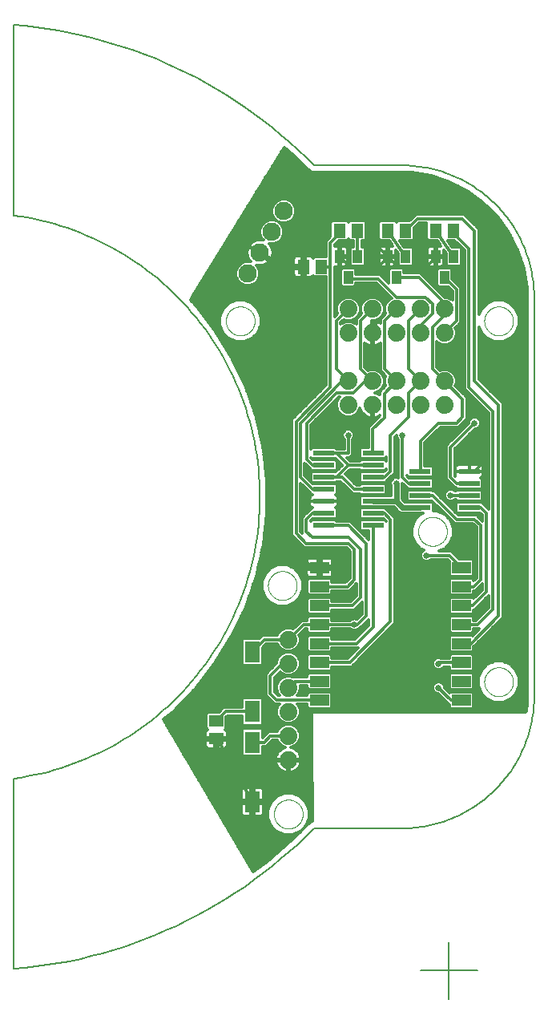
<source format=gtl>
G75*
%MOIN*%
%OFA0B0*%
%FSLAX25Y25*%
%IPPOS*%
%LPD*%
%AMOC8*
5,1,8,0,0,1.08239X$1,22.5*
%
%ADD10C,0.00600*%
%ADD11C,0.00000*%
%ADD12C,0.07400*%
%ADD13R,0.03937X0.05512*%
%ADD14R,0.05118X0.05906*%
%ADD15R,0.08661X0.02362*%
%ADD16C,0.07600*%
%ADD17R,0.07874X0.04724*%
%ADD18R,0.06299X0.09055*%
%ADD19R,0.05906X0.05118*%
%ADD20C,0.01200*%
%ADD21C,0.02578*%
%ADD22C,0.02400*%
D10*
X0001300Y0013742D02*
X0001300Y0092906D01*
X0001300Y0013742D02*
X0005974Y0014173D01*
X0010636Y0014716D01*
X0015284Y0015369D01*
X0019914Y0016133D01*
X0024526Y0017008D01*
X0029115Y0017992D01*
X0033680Y0019085D01*
X0038217Y0020287D01*
X0042724Y0021596D01*
X0047198Y0023013D01*
X0051638Y0024536D01*
X0056040Y0026164D01*
X0060402Y0027897D01*
X0064721Y0029733D01*
X0068996Y0031672D01*
X0073223Y0033712D01*
X0077400Y0035852D01*
X0081525Y0038091D01*
X0085595Y0040428D01*
X0089609Y0042862D01*
X0093563Y0045390D01*
X0097456Y0048012D01*
X0101285Y0050726D01*
X0105049Y0053531D01*
X0108744Y0056424D01*
X0112370Y0059405D01*
X0115923Y0062471D01*
X0119403Y0065621D01*
X0122806Y0068854D01*
X0126131Y0072166D01*
X0162717Y0072166D01*
X0182402Y0024922D02*
X0182402Y0001300D01*
X0170591Y0013111D02*
X0194213Y0013111D01*
X0217835Y0127284D02*
X0217835Y0292639D01*
X0217819Y0293971D01*
X0217771Y0295302D01*
X0217690Y0296631D01*
X0217578Y0297959D01*
X0217433Y0299283D01*
X0217257Y0300603D01*
X0217048Y0301919D01*
X0216808Y0303229D01*
X0216536Y0304533D01*
X0216233Y0305830D01*
X0215899Y0307119D01*
X0215534Y0308400D01*
X0215137Y0309671D01*
X0214710Y0310933D01*
X0214253Y0312184D01*
X0213766Y0313424D01*
X0213249Y0314651D01*
X0212702Y0315866D01*
X0212126Y0317067D01*
X0211522Y0318254D01*
X0210888Y0319425D01*
X0210227Y0320582D01*
X0209538Y0321721D01*
X0208822Y0322844D01*
X0208078Y0323950D01*
X0207308Y0325037D01*
X0206513Y0326105D01*
X0205691Y0327153D01*
X0204845Y0328181D01*
X0203973Y0329189D01*
X0203078Y0330175D01*
X0202159Y0331140D01*
X0201218Y0332081D01*
X0200253Y0333000D01*
X0199267Y0333895D01*
X0198259Y0334767D01*
X0197231Y0335613D01*
X0196183Y0336435D01*
X0195115Y0337230D01*
X0194028Y0338000D01*
X0192922Y0338744D01*
X0191799Y0339460D01*
X0190660Y0340149D01*
X0189503Y0340810D01*
X0188332Y0341444D01*
X0187145Y0342048D01*
X0185944Y0342624D01*
X0184729Y0343171D01*
X0183502Y0343688D01*
X0182262Y0344175D01*
X0181011Y0344632D01*
X0179749Y0345059D01*
X0178478Y0345456D01*
X0177197Y0345821D01*
X0175908Y0346155D01*
X0174611Y0346458D01*
X0173307Y0346730D01*
X0171997Y0346970D01*
X0170681Y0347179D01*
X0169361Y0347355D01*
X0168037Y0347500D01*
X0166709Y0347612D01*
X0165380Y0347693D01*
X0164049Y0347741D01*
X0162717Y0347757D01*
X0126131Y0347757D01*
X0217835Y0127284D02*
X0217819Y0125952D01*
X0217771Y0124621D01*
X0217690Y0123292D01*
X0217578Y0121964D01*
X0217433Y0120640D01*
X0217257Y0119320D01*
X0217048Y0118004D01*
X0216808Y0116694D01*
X0216536Y0115390D01*
X0216233Y0114093D01*
X0215899Y0112804D01*
X0215534Y0111523D01*
X0215137Y0110252D01*
X0214710Y0108990D01*
X0214253Y0107739D01*
X0213766Y0106499D01*
X0213249Y0105272D01*
X0212702Y0104057D01*
X0212126Y0102856D01*
X0211522Y0101669D01*
X0210888Y0100498D01*
X0210227Y0099341D01*
X0209538Y0098202D01*
X0208822Y0097079D01*
X0208078Y0095973D01*
X0207308Y0094886D01*
X0206513Y0093818D01*
X0205691Y0092770D01*
X0204845Y0091742D01*
X0203973Y0090734D01*
X0203078Y0089748D01*
X0202159Y0088783D01*
X0201218Y0087842D01*
X0200253Y0086923D01*
X0199267Y0086028D01*
X0198259Y0085156D01*
X0197231Y0084310D01*
X0196183Y0083488D01*
X0195115Y0082693D01*
X0194028Y0081923D01*
X0192922Y0081179D01*
X0191799Y0080463D01*
X0190660Y0079774D01*
X0189503Y0079113D01*
X0188332Y0078479D01*
X0187145Y0077875D01*
X0185944Y0077299D01*
X0184729Y0076752D01*
X0183502Y0076235D01*
X0182262Y0075748D01*
X0181011Y0075291D01*
X0179749Y0074864D01*
X0178478Y0074467D01*
X0177197Y0074102D01*
X0175908Y0073768D01*
X0174611Y0073465D01*
X0173307Y0073193D01*
X0171997Y0072953D01*
X0170681Y0072744D01*
X0169361Y0072568D01*
X0168037Y0072423D01*
X0166709Y0072311D01*
X0165380Y0072230D01*
X0164049Y0072182D01*
X0162717Y0072166D01*
X0001300Y0092906D02*
X0004146Y0093324D01*
X0006981Y0093811D01*
X0009804Y0094368D01*
X0012612Y0094993D01*
X0015404Y0095686D01*
X0018178Y0096447D01*
X0020933Y0097275D01*
X0023667Y0098170D01*
X0026378Y0099131D01*
X0029065Y0100159D01*
X0031727Y0101251D01*
X0034361Y0102408D01*
X0036965Y0103628D01*
X0039540Y0104912D01*
X0042082Y0106258D01*
X0044591Y0107666D01*
X0047065Y0109134D01*
X0049502Y0110662D01*
X0051902Y0112249D01*
X0054262Y0113894D01*
X0056581Y0115596D01*
X0058858Y0117353D01*
X0061092Y0119166D01*
X0063281Y0121033D01*
X0065424Y0122952D01*
X0067519Y0124923D01*
X0069566Y0126945D01*
X0071563Y0129016D01*
X0073509Y0131134D01*
X0075402Y0133300D01*
X0077243Y0135511D01*
X0079029Y0137766D01*
X0080759Y0140064D01*
X0082433Y0142404D01*
X0084050Y0144783D01*
X0085608Y0147201D01*
X0087107Y0149657D01*
X0088545Y0152148D01*
X0089923Y0154674D01*
X0091238Y0157232D01*
X0092491Y0159821D01*
X0093681Y0162441D01*
X0094806Y0165088D01*
X0095866Y0167763D01*
X0096861Y0170462D01*
X0097790Y0173184D01*
X0098653Y0175929D01*
X0099448Y0178693D01*
X0100176Y0181477D01*
X0100835Y0184277D01*
X0101427Y0187092D01*
X0101949Y0189921D01*
X0102403Y0192762D01*
X0102787Y0195612D01*
X0103102Y0198472D01*
X0103347Y0201338D01*
X0103522Y0204210D01*
X0103627Y0207084D01*
X0103662Y0209961D01*
X0103627Y0212838D01*
X0103522Y0215712D01*
X0103347Y0218584D01*
X0103102Y0221450D01*
X0102787Y0224310D01*
X0102403Y0227160D01*
X0101949Y0230001D01*
X0101427Y0232830D01*
X0100835Y0235645D01*
X0100176Y0238445D01*
X0099448Y0241229D01*
X0098653Y0243993D01*
X0097790Y0246738D01*
X0096861Y0249460D01*
X0095866Y0252159D01*
X0094806Y0254834D01*
X0093681Y0257481D01*
X0092491Y0260101D01*
X0091238Y0262690D01*
X0089923Y0265248D01*
X0088545Y0267774D01*
X0087107Y0270265D01*
X0085608Y0272721D01*
X0084050Y0275139D01*
X0082433Y0277518D01*
X0080759Y0279858D01*
X0079029Y0282156D01*
X0077243Y0284411D01*
X0075402Y0286622D01*
X0073509Y0288788D01*
X0071563Y0290906D01*
X0069566Y0292977D01*
X0067519Y0294999D01*
X0065424Y0296970D01*
X0063281Y0298889D01*
X0061092Y0300756D01*
X0058858Y0302569D01*
X0056581Y0304326D01*
X0054262Y0306028D01*
X0051902Y0307673D01*
X0049502Y0309260D01*
X0047065Y0310788D01*
X0044591Y0312256D01*
X0042082Y0313664D01*
X0039540Y0315010D01*
X0036965Y0316294D01*
X0034361Y0317514D01*
X0031727Y0318671D01*
X0029065Y0319763D01*
X0026378Y0320791D01*
X0023667Y0321752D01*
X0020933Y0322647D01*
X0018178Y0323475D01*
X0015404Y0324236D01*
X0012612Y0324929D01*
X0009804Y0325554D01*
X0006981Y0326111D01*
X0004146Y0326598D01*
X0001300Y0327016D01*
X0001300Y0327017D02*
X0001300Y0406220D01*
X0005974Y0405787D01*
X0010636Y0405244D01*
X0015285Y0404589D01*
X0019916Y0403823D01*
X0024528Y0402948D01*
X0029117Y0401962D01*
X0033682Y0400868D01*
X0038219Y0399665D01*
X0042726Y0398354D01*
X0047201Y0396936D01*
X0051641Y0395412D01*
X0056043Y0393782D01*
X0060405Y0392048D01*
X0064725Y0390210D01*
X0068999Y0388270D01*
X0073226Y0386229D01*
X0077403Y0384087D01*
X0081528Y0381847D01*
X0085598Y0379508D01*
X0089612Y0377074D01*
X0093566Y0374544D01*
X0097458Y0371921D01*
X0101288Y0369205D01*
X0105051Y0366400D01*
X0108746Y0363505D01*
X0112371Y0360523D01*
X0115924Y0357455D01*
X0119403Y0354304D01*
X0122806Y0351070D01*
X0126131Y0347756D01*
D11*
X0089552Y0283111D02*
X0089554Y0283265D01*
X0089560Y0283420D01*
X0089570Y0283574D01*
X0089584Y0283728D01*
X0089602Y0283881D01*
X0089623Y0284034D01*
X0089649Y0284187D01*
X0089679Y0284338D01*
X0089712Y0284489D01*
X0089750Y0284639D01*
X0089791Y0284788D01*
X0089836Y0284936D01*
X0089885Y0285082D01*
X0089938Y0285228D01*
X0089994Y0285371D01*
X0090054Y0285514D01*
X0090118Y0285654D01*
X0090185Y0285794D01*
X0090256Y0285931D01*
X0090330Y0286066D01*
X0090408Y0286200D01*
X0090489Y0286331D01*
X0090574Y0286460D01*
X0090662Y0286588D01*
X0090753Y0286712D01*
X0090847Y0286835D01*
X0090945Y0286955D01*
X0091045Y0287072D01*
X0091149Y0287187D01*
X0091255Y0287299D01*
X0091364Y0287408D01*
X0091476Y0287514D01*
X0091591Y0287618D01*
X0091708Y0287718D01*
X0091828Y0287816D01*
X0091951Y0287910D01*
X0092075Y0288001D01*
X0092203Y0288089D01*
X0092332Y0288174D01*
X0092463Y0288255D01*
X0092597Y0288333D01*
X0092732Y0288407D01*
X0092869Y0288478D01*
X0093009Y0288545D01*
X0093149Y0288609D01*
X0093292Y0288669D01*
X0093435Y0288725D01*
X0093581Y0288778D01*
X0093727Y0288827D01*
X0093875Y0288872D01*
X0094024Y0288913D01*
X0094174Y0288951D01*
X0094325Y0288984D01*
X0094476Y0289014D01*
X0094629Y0289040D01*
X0094782Y0289061D01*
X0094935Y0289079D01*
X0095089Y0289093D01*
X0095243Y0289103D01*
X0095398Y0289109D01*
X0095552Y0289111D01*
X0095706Y0289109D01*
X0095861Y0289103D01*
X0096015Y0289093D01*
X0096169Y0289079D01*
X0096322Y0289061D01*
X0096475Y0289040D01*
X0096628Y0289014D01*
X0096779Y0288984D01*
X0096930Y0288951D01*
X0097080Y0288913D01*
X0097229Y0288872D01*
X0097377Y0288827D01*
X0097523Y0288778D01*
X0097669Y0288725D01*
X0097812Y0288669D01*
X0097955Y0288609D01*
X0098095Y0288545D01*
X0098235Y0288478D01*
X0098372Y0288407D01*
X0098507Y0288333D01*
X0098641Y0288255D01*
X0098772Y0288174D01*
X0098901Y0288089D01*
X0099029Y0288001D01*
X0099153Y0287910D01*
X0099276Y0287816D01*
X0099396Y0287718D01*
X0099513Y0287618D01*
X0099628Y0287514D01*
X0099740Y0287408D01*
X0099849Y0287299D01*
X0099955Y0287187D01*
X0100059Y0287072D01*
X0100159Y0286955D01*
X0100257Y0286835D01*
X0100351Y0286712D01*
X0100442Y0286588D01*
X0100530Y0286460D01*
X0100615Y0286331D01*
X0100696Y0286200D01*
X0100774Y0286066D01*
X0100848Y0285931D01*
X0100919Y0285794D01*
X0100986Y0285654D01*
X0101050Y0285514D01*
X0101110Y0285371D01*
X0101166Y0285228D01*
X0101219Y0285082D01*
X0101268Y0284936D01*
X0101313Y0284788D01*
X0101354Y0284639D01*
X0101392Y0284489D01*
X0101425Y0284338D01*
X0101455Y0284187D01*
X0101481Y0284034D01*
X0101502Y0283881D01*
X0101520Y0283728D01*
X0101534Y0283574D01*
X0101544Y0283420D01*
X0101550Y0283265D01*
X0101552Y0283111D01*
X0101550Y0282957D01*
X0101544Y0282802D01*
X0101534Y0282648D01*
X0101520Y0282494D01*
X0101502Y0282341D01*
X0101481Y0282188D01*
X0101455Y0282035D01*
X0101425Y0281884D01*
X0101392Y0281733D01*
X0101354Y0281583D01*
X0101313Y0281434D01*
X0101268Y0281286D01*
X0101219Y0281140D01*
X0101166Y0280994D01*
X0101110Y0280851D01*
X0101050Y0280708D01*
X0100986Y0280568D01*
X0100919Y0280428D01*
X0100848Y0280291D01*
X0100774Y0280156D01*
X0100696Y0280022D01*
X0100615Y0279891D01*
X0100530Y0279762D01*
X0100442Y0279634D01*
X0100351Y0279510D01*
X0100257Y0279387D01*
X0100159Y0279267D01*
X0100059Y0279150D01*
X0099955Y0279035D01*
X0099849Y0278923D01*
X0099740Y0278814D01*
X0099628Y0278708D01*
X0099513Y0278604D01*
X0099396Y0278504D01*
X0099276Y0278406D01*
X0099153Y0278312D01*
X0099029Y0278221D01*
X0098901Y0278133D01*
X0098772Y0278048D01*
X0098641Y0277967D01*
X0098507Y0277889D01*
X0098372Y0277815D01*
X0098235Y0277744D01*
X0098095Y0277677D01*
X0097955Y0277613D01*
X0097812Y0277553D01*
X0097669Y0277497D01*
X0097523Y0277444D01*
X0097377Y0277395D01*
X0097229Y0277350D01*
X0097080Y0277309D01*
X0096930Y0277271D01*
X0096779Y0277238D01*
X0096628Y0277208D01*
X0096475Y0277182D01*
X0096322Y0277161D01*
X0096169Y0277143D01*
X0096015Y0277129D01*
X0095861Y0277119D01*
X0095706Y0277113D01*
X0095552Y0277111D01*
X0095398Y0277113D01*
X0095243Y0277119D01*
X0095089Y0277129D01*
X0094935Y0277143D01*
X0094782Y0277161D01*
X0094629Y0277182D01*
X0094476Y0277208D01*
X0094325Y0277238D01*
X0094174Y0277271D01*
X0094024Y0277309D01*
X0093875Y0277350D01*
X0093727Y0277395D01*
X0093581Y0277444D01*
X0093435Y0277497D01*
X0093292Y0277553D01*
X0093149Y0277613D01*
X0093009Y0277677D01*
X0092869Y0277744D01*
X0092732Y0277815D01*
X0092597Y0277889D01*
X0092463Y0277967D01*
X0092332Y0278048D01*
X0092203Y0278133D01*
X0092075Y0278221D01*
X0091951Y0278312D01*
X0091828Y0278406D01*
X0091708Y0278504D01*
X0091591Y0278604D01*
X0091476Y0278708D01*
X0091364Y0278814D01*
X0091255Y0278923D01*
X0091149Y0279035D01*
X0091045Y0279150D01*
X0090945Y0279267D01*
X0090847Y0279387D01*
X0090753Y0279510D01*
X0090662Y0279634D01*
X0090574Y0279762D01*
X0090489Y0279891D01*
X0090408Y0280022D01*
X0090330Y0280156D01*
X0090256Y0280291D01*
X0090185Y0280428D01*
X0090118Y0280568D01*
X0090054Y0280708D01*
X0089994Y0280851D01*
X0089938Y0280994D01*
X0089885Y0281140D01*
X0089836Y0281286D01*
X0089791Y0281434D01*
X0089750Y0281583D01*
X0089712Y0281733D01*
X0089679Y0281884D01*
X0089649Y0282035D01*
X0089623Y0282188D01*
X0089602Y0282341D01*
X0089584Y0282494D01*
X0089570Y0282648D01*
X0089560Y0282802D01*
X0089554Y0282957D01*
X0089552Y0283111D01*
X0107052Y0173111D02*
X0107054Y0173265D01*
X0107060Y0173420D01*
X0107070Y0173574D01*
X0107084Y0173728D01*
X0107102Y0173881D01*
X0107123Y0174034D01*
X0107149Y0174187D01*
X0107179Y0174338D01*
X0107212Y0174489D01*
X0107250Y0174639D01*
X0107291Y0174788D01*
X0107336Y0174936D01*
X0107385Y0175082D01*
X0107438Y0175228D01*
X0107494Y0175371D01*
X0107554Y0175514D01*
X0107618Y0175654D01*
X0107685Y0175794D01*
X0107756Y0175931D01*
X0107830Y0176066D01*
X0107908Y0176200D01*
X0107989Y0176331D01*
X0108074Y0176460D01*
X0108162Y0176588D01*
X0108253Y0176712D01*
X0108347Y0176835D01*
X0108445Y0176955D01*
X0108545Y0177072D01*
X0108649Y0177187D01*
X0108755Y0177299D01*
X0108864Y0177408D01*
X0108976Y0177514D01*
X0109091Y0177618D01*
X0109208Y0177718D01*
X0109328Y0177816D01*
X0109451Y0177910D01*
X0109575Y0178001D01*
X0109703Y0178089D01*
X0109832Y0178174D01*
X0109963Y0178255D01*
X0110097Y0178333D01*
X0110232Y0178407D01*
X0110369Y0178478D01*
X0110509Y0178545D01*
X0110649Y0178609D01*
X0110792Y0178669D01*
X0110935Y0178725D01*
X0111081Y0178778D01*
X0111227Y0178827D01*
X0111375Y0178872D01*
X0111524Y0178913D01*
X0111674Y0178951D01*
X0111825Y0178984D01*
X0111976Y0179014D01*
X0112129Y0179040D01*
X0112282Y0179061D01*
X0112435Y0179079D01*
X0112589Y0179093D01*
X0112743Y0179103D01*
X0112898Y0179109D01*
X0113052Y0179111D01*
X0113206Y0179109D01*
X0113361Y0179103D01*
X0113515Y0179093D01*
X0113669Y0179079D01*
X0113822Y0179061D01*
X0113975Y0179040D01*
X0114128Y0179014D01*
X0114279Y0178984D01*
X0114430Y0178951D01*
X0114580Y0178913D01*
X0114729Y0178872D01*
X0114877Y0178827D01*
X0115023Y0178778D01*
X0115169Y0178725D01*
X0115312Y0178669D01*
X0115455Y0178609D01*
X0115595Y0178545D01*
X0115735Y0178478D01*
X0115872Y0178407D01*
X0116007Y0178333D01*
X0116141Y0178255D01*
X0116272Y0178174D01*
X0116401Y0178089D01*
X0116529Y0178001D01*
X0116653Y0177910D01*
X0116776Y0177816D01*
X0116896Y0177718D01*
X0117013Y0177618D01*
X0117128Y0177514D01*
X0117240Y0177408D01*
X0117349Y0177299D01*
X0117455Y0177187D01*
X0117559Y0177072D01*
X0117659Y0176955D01*
X0117757Y0176835D01*
X0117851Y0176712D01*
X0117942Y0176588D01*
X0118030Y0176460D01*
X0118115Y0176331D01*
X0118196Y0176200D01*
X0118274Y0176066D01*
X0118348Y0175931D01*
X0118419Y0175794D01*
X0118486Y0175654D01*
X0118550Y0175514D01*
X0118610Y0175371D01*
X0118666Y0175228D01*
X0118719Y0175082D01*
X0118768Y0174936D01*
X0118813Y0174788D01*
X0118854Y0174639D01*
X0118892Y0174489D01*
X0118925Y0174338D01*
X0118955Y0174187D01*
X0118981Y0174034D01*
X0119002Y0173881D01*
X0119020Y0173728D01*
X0119034Y0173574D01*
X0119044Y0173420D01*
X0119050Y0173265D01*
X0119052Y0173111D01*
X0119050Y0172957D01*
X0119044Y0172802D01*
X0119034Y0172648D01*
X0119020Y0172494D01*
X0119002Y0172341D01*
X0118981Y0172188D01*
X0118955Y0172035D01*
X0118925Y0171884D01*
X0118892Y0171733D01*
X0118854Y0171583D01*
X0118813Y0171434D01*
X0118768Y0171286D01*
X0118719Y0171140D01*
X0118666Y0170994D01*
X0118610Y0170851D01*
X0118550Y0170708D01*
X0118486Y0170568D01*
X0118419Y0170428D01*
X0118348Y0170291D01*
X0118274Y0170156D01*
X0118196Y0170022D01*
X0118115Y0169891D01*
X0118030Y0169762D01*
X0117942Y0169634D01*
X0117851Y0169510D01*
X0117757Y0169387D01*
X0117659Y0169267D01*
X0117559Y0169150D01*
X0117455Y0169035D01*
X0117349Y0168923D01*
X0117240Y0168814D01*
X0117128Y0168708D01*
X0117013Y0168604D01*
X0116896Y0168504D01*
X0116776Y0168406D01*
X0116653Y0168312D01*
X0116529Y0168221D01*
X0116401Y0168133D01*
X0116272Y0168048D01*
X0116141Y0167967D01*
X0116007Y0167889D01*
X0115872Y0167815D01*
X0115735Y0167744D01*
X0115595Y0167677D01*
X0115455Y0167613D01*
X0115312Y0167553D01*
X0115169Y0167497D01*
X0115023Y0167444D01*
X0114877Y0167395D01*
X0114729Y0167350D01*
X0114580Y0167309D01*
X0114430Y0167271D01*
X0114279Y0167238D01*
X0114128Y0167208D01*
X0113975Y0167182D01*
X0113822Y0167161D01*
X0113669Y0167143D01*
X0113515Y0167129D01*
X0113361Y0167119D01*
X0113206Y0167113D01*
X0113052Y0167111D01*
X0112898Y0167113D01*
X0112743Y0167119D01*
X0112589Y0167129D01*
X0112435Y0167143D01*
X0112282Y0167161D01*
X0112129Y0167182D01*
X0111976Y0167208D01*
X0111825Y0167238D01*
X0111674Y0167271D01*
X0111524Y0167309D01*
X0111375Y0167350D01*
X0111227Y0167395D01*
X0111081Y0167444D01*
X0110935Y0167497D01*
X0110792Y0167553D01*
X0110649Y0167613D01*
X0110509Y0167677D01*
X0110369Y0167744D01*
X0110232Y0167815D01*
X0110097Y0167889D01*
X0109963Y0167967D01*
X0109832Y0168048D01*
X0109703Y0168133D01*
X0109575Y0168221D01*
X0109451Y0168312D01*
X0109328Y0168406D01*
X0109208Y0168504D01*
X0109091Y0168604D01*
X0108976Y0168708D01*
X0108864Y0168814D01*
X0108755Y0168923D01*
X0108649Y0169035D01*
X0108545Y0169150D01*
X0108445Y0169267D01*
X0108347Y0169387D01*
X0108253Y0169510D01*
X0108162Y0169634D01*
X0108074Y0169762D01*
X0107989Y0169891D01*
X0107908Y0170022D01*
X0107830Y0170156D01*
X0107756Y0170291D01*
X0107685Y0170428D01*
X0107618Y0170568D01*
X0107554Y0170708D01*
X0107494Y0170851D01*
X0107438Y0170994D01*
X0107385Y0171140D01*
X0107336Y0171286D01*
X0107291Y0171434D01*
X0107250Y0171583D01*
X0107212Y0171733D01*
X0107179Y0171884D01*
X0107149Y0172035D01*
X0107123Y0172188D01*
X0107102Y0172341D01*
X0107084Y0172494D01*
X0107070Y0172648D01*
X0107060Y0172802D01*
X0107054Y0172957D01*
X0107052Y0173111D01*
X0109552Y0078111D02*
X0109554Y0078265D01*
X0109560Y0078420D01*
X0109570Y0078574D01*
X0109584Y0078728D01*
X0109602Y0078881D01*
X0109623Y0079034D01*
X0109649Y0079187D01*
X0109679Y0079338D01*
X0109712Y0079489D01*
X0109750Y0079639D01*
X0109791Y0079788D01*
X0109836Y0079936D01*
X0109885Y0080082D01*
X0109938Y0080228D01*
X0109994Y0080371D01*
X0110054Y0080514D01*
X0110118Y0080654D01*
X0110185Y0080794D01*
X0110256Y0080931D01*
X0110330Y0081066D01*
X0110408Y0081200D01*
X0110489Y0081331D01*
X0110574Y0081460D01*
X0110662Y0081588D01*
X0110753Y0081712D01*
X0110847Y0081835D01*
X0110945Y0081955D01*
X0111045Y0082072D01*
X0111149Y0082187D01*
X0111255Y0082299D01*
X0111364Y0082408D01*
X0111476Y0082514D01*
X0111591Y0082618D01*
X0111708Y0082718D01*
X0111828Y0082816D01*
X0111951Y0082910D01*
X0112075Y0083001D01*
X0112203Y0083089D01*
X0112332Y0083174D01*
X0112463Y0083255D01*
X0112597Y0083333D01*
X0112732Y0083407D01*
X0112869Y0083478D01*
X0113009Y0083545D01*
X0113149Y0083609D01*
X0113292Y0083669D01*
X0113435Y0083725D01*
X0113581Y0083778D01*
X0113727Y0083827D01*
X0113875Y0083872D01*
X0114024Y0083913D01*
X0114174Y0083951D01*
X0114325Y0083984D01*
X0114476Y0084014D01*
X0114629Y0084040D01*
X0114782Y0084061D01*
X0114935Y0084079D01*
X0115089Y0084093D01*
X0115243Y0084103D01*
X0115398Y0084109D01*
X0115552Y0084111D01*
X0115706Y0084109D01*
X0115861Y0084103D01*
X0116015Y0084093D01*
X0116169Y0084079D01*
X0116322Y0084061D01*
X0116475Y0084040D01*
X0116628Y0084014D01*
X0116779Y0083984D01*
X0116930Y0083951D01*
X0117080Y0083913D01*
X0117229Y0083872D01*
X0117377Y0083827D01*
X0117523Y0083778D01*
X0117669Y0083725D01*
X0117812Y0083669D01*
X0117955Y0083609D01*
X0118095Y0083545D01*
X0118235Y0083478D01*
X0118372Y0083407D01*
X0118507Y0083333D01*
X0118641Y0083255D01*
X0118772Y0083174D01*
X0118901Y0083089D01*
X0119029Y0083001D01*
X0119153Y0082910D01*
X0119276Y0082816D01*
X0119396Y0082718D01*
X0119513Y0082618D01*
X0119628Y0082514D01*
X0119740Y0082408D01*
X0119849Y0082299D01*
X0119955Y0082187D01*
X0120059Y0082072D01*
X0120159Y0081955D01*
X0120257Y0081835D01*
X0120351Y0081712D01*
X0120442Y0081588D01*
X0120530Y0081460D01*
X0120615Y0081331D01*
X0120696Y0081200D01*
X0120774Y0081066D01*
X0120848Y0080931D01*
X0120919Y0080794D01*
X0120986Y0080654D01*
X0121050Y0080514D01*
X0121110Y0080371D01*
X0121166Y0080228D01*
X0121219Y0080082D01*
X0121268Y0079936D01*
X0121313Y0079788D01*
X0121354Y0079639D01*
X0121392Y0079489D01*
X0121425Y0079338D01*
X0121455Y0079187D01*
X0121481Y0079034D01*
X0121502Y0078881D01*
X0121520Y0078728D01*
X0121534Y0078574D01*
X0121544Y0078420D01*
X0121550Y0078265D01*
X0121552Y0078111D01*
X0121550Y0077957D01*
X0121544Y0077802D01*
X0121534Y0077648D01*
X0121520Y0077494D01*
X0121502Y0077341D01*
X0121481Y0077188D01*
X0121455Y0077035D01*
X0121425Y0076884D01*
X0121392Y0076733D01*
X0121354Y0076583D01*
X0121313Y0076434D01*
X0121268Y0076286D01*
X0121219Y0076140D01*
X0121166Y0075994D01*
X0121110Y0075851D01*
X0121050Y0075708D01*
X0120986Y0075568D01*
X0120919Y0075428D01*
X0120848Y0075291D01*
X0120774Y0075156D01*
X0120696Y0075022D01*
X0120615Y0074891D01*
X0120530Y0074762D01*
X0120442Y0074634D01*
X0120351Y0074510D01*
X0120257Y0074387D01*
X0120159Y0074267D01*
X0120059Y0074150D01*
X0119955Y0074035D01*
X0119849Y0073923D01*
X0119740Y0073814D01*
X0119628Y0073708D01*
X0119513Y0073604D01*
X0119396Y0073504D01*
X0119276Y0073406D01*
X0119153Y0073312D01*
X0119029Y0073221D01*
X0118901Y0073133D01*
X0118772Y0073048D01*
X0118641Y0072967D01*
X0118507Y0072889D01*
X0118372Y0072815D01*
X0118235Y0072744D01*
X0118095Y0072677D01*
X0117955Y0072613D01*
X0117812Y0072553D01*
X0117669Y0072497D01*
X0117523Y0072444D01*
X0117377Y0072395D01*
X0117229Y0072350D01*
X0117080Y0072309D01*
X0116930Y0072271D01*
X0116779Y0072238D01*
X0116628Y0072208D01*
X0116475Y0072182D01*
X0116322Y0072161D01*
X0116169Y0072143D01*
X0116015Y0072129D01*
X0115861Y0072119D01*
X0115706Y0072113D01*
X0115552Y0072111D01*
X0115398Y0072113D01*
X0115243Y0072119D01*
X0115089Y0072129D01*
X0114935Y0072143D01*
X0114782Y0072161D01*
X0114629Y0072182D01*
X0114476Y0072208D01*
X0114325Y0072238D01*
X0114174Y0072271D01*
X0114024Y0072309D01*
X0113875Y0072350D01*
X0113727Y0072395D01*
X0113581Y0072444D01*
X0113435Y0072497D01*
X0113292Y0072553D01*
X0113149Y0072613D01*
X0113009Y0072677D01*
X0112869Y0072744D01*
X0112732Y0072815D01*
X0112597Y0072889D01*
X0112463Y0072967D01*
X0112332Y0073048D01*
X0112203Y0073133D01*
X0112075Y0073221D01*
X0111951Y0073312D01*
X0111828Y0073406D01*
X0111708Y0073504D01*
X0111591Y0073604D01*
X0111476Y0073708D01*
X0111364Y0073814D01*
X0111255Y0073923D01*
X0111149Y0074035D01*
X0111045Y0074150D01*
X0110945Y0074267D01*
X0110847Y0074387D01*
X0110753Y0074510D01*
X0110662Y0074634D01*
X0110574Y0074762D01*
X0110489Y0074891D01*
X0110408Y0075022D01*
X0110330Y0075156D01*
X0110256Y0075291D01*
X0110185Y0075428D01*
X0110118Y0075568D01*
X0110054Y0075708D01*
X0109994Y0075851D01*
X0109938Y0075994D01*
X0109885Y0076140D01*
X0109836Y0076286D01*
X0109791Y0076434D01*
X0109750Y0076583D01*
X0109712Y0076733D01*
X0109679Y0076884D01*
X0109649Y0077035D01*
X0109623Y0077188D01*
X0109602Y0077341D01*
X0109584Y0077494D01*
X0109570Y0077648D01*
X0109560Y0077802D01*
X0109554Y0077957D01*
X0109552Y0078111D01*
X0169552Y0195611D02*
X0169554Y0195765D01*
X0169560Y0195920D01*
X0169570Y0196074D01*
X0169584Y0196228D01*
X0169602Y0196381D01*
X0169623Y0196534D01*
X0169649Y0196687D01*
X0169679Y0196838D01*
X0169712Y0196989D01*
X0169750Y0197139D01*
X0169791Y0197288D01*
X0169836Y0197436D01*
X0169885Y0197582D01*
X0169938Y0197728D01*
X0169994Y0197871D01*
X0170054Y0198014D01*
X0170118Y0198154D01*
X0170185Y0198294D01*
X0170256Y0198431D01*
X0170330Y0198566D01*
X0170408Y0198700D01*
X0170489Y0198831D01*
X0170574Y0198960D01*
X0170662Y0199088D01*
X0170753Y0199212D01*
X0170847Y0199335D01*
X0170945Y0199455D01*
X0171045Y0199572D01*
X0171149Y0199687D01*
X0171255Y0199799D01*
X0171364Y0199908D01*
X0171476Y0200014D01*
X0171591Y0200118D01*
X0171708Y0200218D01*
X0171828Y0200316D01*
X0171951Y0200410D01*
X0172075Y0200501D01*
X0172203Y0200589D01*
X0172332Y0200674D01*
X0172463Y0200755D01*
X0172597Y0200833D01*
X0172732Y0200907D01*
X0172869Y0200978D01*
X0173009Y0201045D01*
X0173149Y0201109D01*
X0173292Y0201169D01*
X0173435Y0201225D01*
X0173581Y0201278D01*
X0173727Y0201327D01*
X0173875Y0201372D01*
X0174024Y0201413D01*
X0174174Y0201451D01*
X0174325Y0201484D01*
X0174476Y0201514D01*
X0174629Y0201540D01*
X0174782Y0201561D01*
X0174935Y0201579D01*
X0175089Y0201593D01*
X0175243Y0201603D01*
X0175398Y0201609D01*
X0175552Y0201611D01*
X0175706Y0201609D01*
X0175861Y0201603D01*
X0176015Y0201593D01*
X0176169Y0201579D01*
X0176322Y0201561D01*
X0176475Y0201540D01*
X0176628Y0201514D01*
X0176779Y0201484D01*
X0176930Y0201451D01*
X0177080Y0201413D01*
X0177229Y0201372D01*
X0177377Y0201327D01*
X0177523Y0201278D01*
X0177669Y0201225D01*
X0177812Y0201169D01*
X0177955Y0201109D01*
X0178095Y0201045D01*
X0178235Y0200978D01*
X0178372Y0200907D01*
X0178507Y0200833D01*
X0178641Y0200755D01*
X0178772Y0200674D01*
X0178901Y0200589D01*
X0179029Y0200501D01*
X0179153Y0200410D01*
X0179276Y0200316D01*
X0179396Y0200218D01*
X0179513Y0200118D01*
X0179628Y0200014D01*
X0179740Y0199908D01*
X0179849Y0199799D01*
X0179955Y0199687D01*
X0180059Y0199572D01*
X0180159Y0199455D01*
X0180257Y0199335D01*
X0180351Y0199212D01*
X0180442Y0199088D01*
X0180530Y0198960D01*
X0180615Y0198831D01*
X0180696Y0198700D01*
X0180774Y0198566D01*
X0180848Y0198431D01*
X0180919Y0198294D01*
X0180986Y0198154D01*
X0181050Y0198014D01*
X0181110Y0197871D01*
X0181166Y0197728D01*
X0181219Y0197582D01*
X0181268Y0197436D01*
X0181313Y0197288D01*
X0181354Y0197139D01*
X0181392Y0196989D01*
X0181425Y0196838D01*
X0181455Y0196687D01*
X0181481Y0196534D01*
X0181502Y0196381D01*
X0181520Y0196228D01*
X0181534Y0196074D01*
X0181544Y0195920D01*
X0181550Y0195765D01*
X0181552Y0195611D01*
X0181550Y0195457D01*
X0181544Y0195302D01*
X0181534Y0195148D01*
X0181520Y0194994D01*
X0181502Y0194841D01*
X0181481Y0194688D01*
X0181455Y0194535D01*
X0181425Y0194384D01*
X0181392Y0194233D01*
X0181354Y0194083D01*
X0181313Y0193934D01*
X0181268Y0193786D01*
X0181219Y0193640D01*
X0181166Y0193494D01*
X0181110Y0193351D01*
X0181050Y0193208D01*
X0180986Y0193068D01*
X0180919Y0192928D01*
X0180848Y0192791D01*
X0180774Y0192656D01*
X0180696Y0192522D01*
X0180615Y0192391D01*
X0180530Y0192262D01*
X0180442Y0192134D01*
X0180351Y0192010D01*
X0180257Y0191887D01*
X0180159Y0191767D01*
X0180059Y0191650D01*
X0179955Y0191535D01*
X0179849Y0191423D01*
X0179740Y0191314D01*
X0179628Y0191208D01*
X0179513Y0191104D01*
X0179396Y0191004D01*
X0179276Y0190906D01*
X0179153Y0190812D01*
X0179029Y0190721D01*
X0178901Y0190633D01*
X0178772Y0190548D01*
X0178641Y0190467D01*
X0178507Y0190389D01*
X0178372Y0190315D01*
X0178235Y0190244D01*
X0178095Y0190177D01*
X0177955Y0190113D01*
X0177812Y0190053D01*
X0177669Y0189997D01*
X0177523Y0189944D01*
X0177377Y0189895D01*
X0177229Y0189850D01*
X0177080Y0189809D01*
X0176930Y0189771D01*
X0176779Y0189738D01*
X0176628Y0189708D01*
X0176475Y0189682D01*
X0176322Y0189661D01*
X0176169Y0189643D01*
X0176015Y0189629D01*
X0175861Y0189619D01*
X0175706Y0189613D01*
X0175552Y0189611D01*
X0175398Y0189613D01*
X0175243Y0189619D01*
X0175089Y0189629D01*
X0174935Y0189643D01*
X0174782Y0189661D01*
X0174629Y0189682D01*
X0174476Y0189708D01*
X0174325Y0189738D01*
X0174174Y0189771D01*
X0174024Y0189809D01*
X0173875Y0189850D01*
X0173727Y0189895D01*
X0173581Y0189944D01*
X0173435Y0189997D01*
X0173292Y0190053D01*
X0173149Y0190113D01*
X0173009Y0190177D01*
X0172869Y0190244D01*
X0172732Y0190315D01*
X0172597Y0190389D01*
X0172463Y0190467D01*
X0172332Y0190548D01*
X0172203Y0190633D01*
X0172075Y0190721D01*
X0171951Y0190812D01*
X0171828Y0190906D01*
X0171708Y0191004D01*
X0171591Y0191104D01*
X0171476Y0191208D01*
X0171364Y0191314D01*
X0171255Y0191423D01*
X0171149Y0191535D01*
X0171045Y0191650D01*
X0170945Y0191767D01*
X0170847Y0191887D01*
X0170753Y0192010D01*
X0170662Y0192134D01*
X0170574Y0192262D01*
X0170489Y0192391D01*
X0170408Y0192522D01*
X0170330Y0192656D01*
X0170256Y0192791D01*
X0170185Y0192928D01*
X0170118Y0193068D01*
X0170054Y0193208D01*
X0169994Y0193351D01*
X0169938Y0193494D01*
X0169885Y0193640D01*
X0169836Y0193786D01*
X0169791Y0193934D01*
X0169750Y0194083D01*
X0169712Y0194233D01*
X0169679Y0194384D01*
X0169649Y0194535D01*
X0169623Y0194688D01*
X0169602Y0194841D01*
X0169584Y0194994D01*
X0169570Y0195148D01*
X0169560Y0195302D01*
X0169554Y0195457D01*
X0169552Y0195611D01*
X0197052Y0133111D02*
X0197054Y0133265D01*
X0197060Y0133420D01*
X0197070Y0133574D01*
X0197084Y0133728D01*
X0197102Y0133881D01*
X0197123Y0134034D01*
X0197149Y0134187D01*
X0197179Y0134338D01*
X0197212Y0134489D01*
X0197250Y0134639D01*
X0197291Y0134788D01*
X0197336Y0134936D01*
X0197385Y0135082D01*
X0197438Y0135228D01*
X0197494Y0135371D01*
X0197554Y0135514D01*
X0197618Y0135654D01*
X0197685Y0135794D01*
X0197756Y0135931D01*
X0197830Y0136066D01*
X0197908Y0136200D01*
X0197989Y0136331D01*
X0198074Y0136460D01*
X0198162Y0136588D01*
X0198253Y0136712D01*
X0198347Y0136835D01*
X0198445Y0136955D01*
X0198545Y0137072D01*
X0198649Y0137187D01*
X0198755Y0137299D01*
X0198864Y0137408D01*
X0198976Y0137514D01*
X0199091Y0137618D01*
X0199208Y0137718D01*
X0199328Y0137816D01*
X0199451Y0137910D01*
X0199575Y0138001D01*
X0199703Y0138089D01*
X0199832Y0138174D01*
X0199963Y0138255D01*
X0200097Y0138333D01*
X0200232Y0138407D01*
X0200369Y0138478D01*
X0200509Y0138545D01*
X0200649Y0138609D01*
X0200792Y0138669D01*
X0200935Y0138725D01*
X0201081Y0138778D01*
X0201227Y0138827D01*
X0201375Y0138872D01*
X0201524Y0138913D01*
X0201674Y0138951D01*
X0201825Y0138984D01*
X0201976Y0139014D01*
X0202129Y0139040D01*
X0202282Y0139061D01*
X0202435Y0139079D01*
X0202589Y0139093D01*
X0202743Y0139103D01*
X0202898Y0139109D01*
X0203052Y0139111D01*
X0203206Y0139109D01*
X0203361Y0139103D01*
X0203515Y0139093D01*
X0203669Y0139079D01*
X0203822Y0139061D01*
X0203975Y0139040D01*
X0204128Y0139014D01*
X0204279Y0138984D01*
X0204430Y0138951D01*
X0204580Y0138913D01*
X0204729Y0138872D01*
X0204877Y0138827D01*
X0205023Y0138778D01*
X0205169Y0138725D01*
X0205312Y0138669D01*
X0205455Y0138609D01*
X0205595Y0138545D01*
X0205735Y0138478D01*
X0205872Y0138407D01*
X0206007Y0138333D01*
X0206141Y0138255D01*
X0206272Y0138174D01*
X0206401Y0138089D01*
X0206529Y0138001D01*
X0206653Y0137910D01*
X0206776Y0137816D01*
X0206896Y0137718D01*
X0207013Y0137618D01*
X0207128Y0137514D01*
X0207240Y0137408D01*
X0207349Y0137299D01*
X0207455Y0137187D01*
X0207559Y0137072D01*
X0207659Y0136955D01*
X0207757Y0136835D01*
X0207851Y0136712D01*
X0207942Y0136588D01*
X0208030Y0136460D01*
X0208115Y0136331D01*
X0208196Y0136200D01*
X0208274Y0136066D01*
X0208348Y0135931D01*
X0208419Y0135794D01*
X0208486Y0135654D01*
X0208550Y0135514D01*
X0208610Y0135371D01*
X0208666Y0135228D01*
X0208719Y0135082D01*
X0208768Y0134936D01*
X0208813Y0134788D01*
X0208854Y0134639D01*
X0208892Y0134489D01*
X0208925Y0134338D01*
X0208955Y0134187D01*
X0208981Y0134034D01*
X0209002Y0133881D01*
X0209020Y0133728D01*
X0209034Y0133574D01*
X0209044Y0133420D01*
X0209050Y0133265D01*
X0209052Y0133111D01*
X0209050Y0132957D01*
X0209044Y0132802D01*
X0209034Y0132648D01*
X0209020Y0132494D01*
X0209002Y0132341D01*
X0208981Y0132188D01*
X0208955Y0132035D01*
X0208925Y0131884D01*
X0208892Y0131733D01*
X0208854Y0131583D01*
X0208813Y0131434D01*
X0208768Y0131286D01*
X0208719Y0131140D01*
X0208666Y0130994D01*
X0208610Y0130851D01*
X0208550Y0130708D01*
X0208486Y0130568D01*
X0208419Y0130428D01*
X0208348Y0130291D01*
X0208274Y0130156D01*
X0208196Y0130022D01*
X0208115Y0129891D01*
X0208030Y0129762D01*
X0207942Y0129634D01*
X0207851Y0129510D01*
X0207757Y0129387D01*
X0207659Y0129267D01*
X0207559Y0129150D01*
X0207455Y0129035D01*
X0207349Y0128923D01*
X0207240Y0128814D01*
X0207128Y0128708D01*
X0207013Y0128604D01*
X0206896Y0128504D01*
X0206776Y0128406D01*
X0206653Y0128312D01*
X0206529Y0128221D01*
X0206401Y0128133D01*
X0206272Y0128048D01*
X0206141Y0127967D01*
X0206007Y0127889D01*
X0205872Y0127815D01*
X0205735Y0127744D01*
X0205595Y0127677D01*
X0205455Y0127613D01*
X0205312Y0127553D01*
X0205169Y0127497D01*
X0205023Y0127444D01*
X0204877Y0127395D01*
X0204729Y0127350D01*
X0204580Y0127309D01*
X0204430Y0127271D01*
X0204279Y0127238D01*
X0204128Y0127208D01*
X0203975Y0127182D01*
X0203822Y0127161D01*
X0203669Y0127143D01*
X0203515Y0127129D01*
X0203361Y0127119D01*
X0203206Y0127113D01*
X0203052Y0127111D01*
X0202898Y0127113D01*
X0202743Y0127119D01*
X0202589Y0127129D01*
X0202435Y0127143D01*
X0202282Y0127161D01*
X0202129Y0127182D01*
X0201976Y0127208D01*
X0201825Y0127238D01*
X0201674Y0127271D01*
X0201524Y0127309D01*
X0201375Y0127350D01*
X0201227Y0127395D01*
X0201081Y0127444D01*
X0200935Y0127497D01*
X0200792Y0127553D01*
X0200649Y0127613D01*
X0200509Y0127677D01*
X0200369Y0127744D01*
X0200232Y0127815D01*
X0200097Y0127889D01*
X0199963Y0127967D01*
X0199832Y0128048D01*
X0199703Y0128133D01*
X0199575Y0128221D01*
X0199451Y0128312D01*
X0199328Y0128406D01*
X0199208Y0128504D01*
X0199091Y0128604D01*
X0198976Y0128708D01*
X0198864Y0128814D01*
X0198755Y0128923D01*
X0198649Y0129035D01*
X0198545Y0129150D01*
X0198445Y0129267D01*
X0198347Y0129387D01*
X0198253Y0129510D01*
X0198162Y0129634D01*
X0198074Y0129762D01*
X0197989Y0129891D01*
X0197908Y0130022D01*
X0197830Y0130156D01*
X0197756Y0130291D01*
X0197685Y0130428D01*
X0197618Y0130568D01*
X0197554Y0130708D01*
X0197494Y0130851D01*
X0197438Y0130994D01*
X0197385Y0131140D01*
X0197336Y0131286D01*
X0197291Y0131434D01*
X0197250Y0131583D01*
X0197212Y0131733D01*
X0197179Y0131884D01*
X0197149Y0132035D01*
X0197123Y0132188D01*
X0197102Y0132341D01*
X0197084Y0132494D01*
X0197070Y0132648D01*
X0197060Y0132802D01*
X0197054Y0132957D01*
X0197052Y0133111D01*
X0197052Y0283111D02*
X0197054Y0283265D01*
X0197060Y0283420D01*
X0197070Y0283574D01*
X0197084Y0283728D01*
X0197102Y0283881D01*
X0197123Y0284034D01*
X0197149Y0284187D01*
X0197179Y0284338D01*
X0197212Y0284489D01*
X0197250Y0284639D01*
X0197291Y0284788D01*
X0197336Y0284936D01*
X0197385Y0285082D01*
X0197438Y0285228D01*
X0197494Y0285371D01*
X0197554Y0285514D01*
X0197618Y0285654D01*
X0197685Y0285794D01*
X0197756Y0285931D01*
X0197830Y0286066D01*
X0197908Y0286200D01*
X0197989Y0286331D01*
X0198074Y0286460D01*
X0198162Y0286588D01*
X0198253Y0286712D01*
X0198347Y0286835D01*
X0198445Y0286955D01*
X0198545Y0287072D01*
X0198649Y0287187D01*
X0198755Y0287299D01*
X0198864Y0287408D01*
X0198976Y0287514D01*
X0199091Y0287618D01*
X0199208Y0287718D01*
X0199328Y0287816D01*
X0199451Y0287910D01*
X0199575Y0288001D01*
X0199703Y0288089D01*
X0199832Y0288174D01*
X0199963Y0288255D01*
X0200097Y0288333D01*
X0200232Y0288407D01*
X0200369Y0288478D01*
X0200509Y0288545D01*
X0200649Y0288609D01*
X0200792Y0288669D01*
X0200935Y0288725D01*
X0201081Y0288778D01*
X0201227Y0288827D01*
X0201375Y0288872D01*
X0201524Y0288913D01*
X0201674Y0288951D01*
X0201825Y0288984D01*
X0201976Y0289014D01*
X0202129Y0289040D01*
X0202282Y0289061D01*
X0202435Y0289079D01*
X0202589Y0289093D01*
X0202743Y0289103D01*
X0202898Y0289109D01*
X0203052Y0289111D01*
X0203206Y0289109D01*
X0203361Y0289103D01*
X0203515Y0289093D01*
X0203669Y0289079D01*
X0203822Y0289061D01*
X0203975Y0289040D01*
X0204128Y0289014D01*
X0204279Y0288984D01*
X0204430Y0288951D01*
X0204580Y0288913D01*
X0204729Y0288872D01*
X0204877Y0288827D01*
X0205023Y0288778D01*
X0205169Y0288725D01*
X0205312Y0288669D01*
X0205455Y0288609D01*
X0205595Y0288545D01*
X0205735Y0288478D01*
X0205872Y0288407D01*
X0206007Y0288333D01*
X0206141Y0288255D01*
X0206272Y0288174D01*
X0206401Y0288089D01*
X0206529Y0288001D01*
X0206653Y0287910D01*
X0206776Y0287816D01*
X0206896Y0287718D01*
X0207013Y0287618D01*
X0207128Y0287514D01*
X0207240Y0287408D01*
X0207349Y0287299D01*
X0207455Y0287187D01*
X0207559Y0287072D01*
X0207659Y0286955D01*
X0207757Y0286835D01*
X0207851Y0286712D01*
X0207942Y0286588D01*
X0208030Y0286460D01*
X0208115Y0286331D01*
X0208196Y0286200D01*
X0208274Y0286066D01*
X0208348Y0285931D01*
X0208419Y0285794D01*
X0208486Y0285654D01*
X0208550Y0285514D01*
X0208610Y0285371D01*
X0208666Y0285228D01*
X0208719Y0285082D01*
X0208768Y0284936D01*
X0208813Y0284788D01*
X0208854Y0284639D01*
X0208892Y0284489D01*
X0208925Y0284338D01*
X0208955Y0284187D01*
X0208981Y0284034D01*
X0209002Y0283881D01*
X0209020Y0283728D01*
X0209034Y0283574D01*
X0209044Y0283420D01*
X0209050Y0283265D01*
X0209052Y0283111D01*
X0209050Y0282957D01*
X0209044Y0282802D01*
X0209034Y0282648D01*
X0209020Y0282494D01*
X0209002Y0282341D01*
X0208981Y0282188D01*
X0208955Y0282035D01*
X0208925Y0281884D01*
X0208892Y0281733D01*
X0208854Y0281583D01*
X0208813Y0281434D01*
X0208768Y0281286D01*
X0208719Y0281140D01*
X0208666Y0280994D01*
X0208610Y0280851D01*
X0208550Y0280708D01*
X0208486Y0280568D01*
X0208419Y0280428D01*
X0208348Y0280291D01*
X0208274Y0280156D01*
X0208196Y0280022D01*
X0208115Y0279891D01*
X0208030Y0279762D01*
X0207942Y0279634D01*
X0207851Y0279510D01*
X0207757Y0279387D01*
X0207659Y0279267D01*
X0207559Y0279150D01*
X0207455Y0279035D01*
X0207349Y0278923D01*
X0207240Y0278814D01*
X0207128Y0278708D01*
X0207013Y0278604D01*
X0206896Y0278504D01*
X0206776Y0278406D01*
X0206653Y0278312D01*
X0206529Y0278221D01*
X0206401Y0278133D01*
X0206272Y0278048D01*
X0206141Y0277967D01*
X0206007Y0277889D01*
X0205872Y0277815D01*
X0205735Y0277744D01*
X0205595Y0277677D01*
X0205455Y0277613D01*
X0205312Y0277553D01*
X0205169Y0277497D01*
X0205023Y0277444D01*
X0204877Y0277395D01*
X0204729Y0277350D01*
X0204580Y0277309D01*
X0204430Y0277271D01*
X0204279Y0277238D01*
X0204128Y0277208D01*
X0203975Y0277182D01*
X0203822Y0277161D01*
X0203669Y0277143D01*
X0203515Y0277129D01*
X0203361Y0277119D01*
X0203206Y0277113D01*
X0203052Y0277111D01*
X0202898Y0277113D01*
X0202743Y0277119D01*
X0202589Y0277129D01*
X0202435Y0277143D01*
X0202282Y0277161D01*
X0202129Y0277182D01*
X0201976Y0277208D01*
X0201825Y0277238D01*
X0201674Y0277271D01*
X0201524Y0277309D01*
X0201375Y0277350D01*
X0201227Y0277395D01*
X0201081Y0277444D01*
X0200935Y0277497D01*
X0200792Y0277553D01*
X0200649Y0277613D01*
X0200509Y0277677D01*
X0200369Y0277744D01*
X0200232Y0277815D01*
X0200097Y0277889D01*
X0199963Y0277967D01*
X0199832Y0278048D01*
X0199703Y0278133D01*
X0199575Y0278221D01*
X0199451Y0278312D01*
X0199328Y0278406D01*
X0199208Y0278504D01*
X0199091Y0278604D01*
X0198976Y0278708D01*
X0198864Y0278814D01*
X0198755Y0278923D01*
X0198649Y0279035D01*
X0198545Y0279150D01*
X0198445Y0279267D01*
X0198347Y0279387D01*
X0198253Y0279510D01*
X0198162Y0279634D01*
X0198074Y0279762D01*
X0197989Y0279891D01*
X0197908Y0280022D01*
X0197830Y0280156D01*
X0197756Y0280291D01*
X0197685Y0280428D01*
X0197618Y0280568D01*
X0197554Y0280708D01*
X0197494Y0280851D01*
X0197438Y0280994D01*
X0197385Y0281140D01*
X0197336Y0281286D01*
X0197291Y0281434D01*
X0197250Y0281583D01*
X0197212Y0281733D01*
X0197179Y0281884D01*
X0197149Y0282035D01*
X0197123Y0282188D01*
X0197102Y0282341D01*
X0197084Y0282494D01*
X0197070Y0282648D01*
X0197060Y0282802D01*
X0197054Y0282957D01*
X0197052Y0283111D01*
D12*
X0180552Y0278111D03*
X0180552Y0288111D03*
X0170552Y0288111D03*
X0170552Y0278111D03*
X0160552Y0278111D03*
X0160552Y0288111D03*
X0150552Y0288111D03*
X0150552Y0278111D03*
X0140552Y0278111D03*
X0140552Y0288111D03*
X0140552Y0258111D03*
X0140552Y0248111D03*
X0150552Y0248111D03*
X0150552Y0258111D03*
X0160552Y0258111D03*
X0160552Y0248111D03*
X0170552Y0248111D03*
X0170552Y0258111D03*
X0180552Y0258111D03*
X0180552Y0248111D03*
X0115552Y0150611D03*
X0115552Y0140611D03*
X0115552Y0130611D03*
X0115552Y0120611D03*
X0115552Y0110611D03*
X0115552Y0100611D03*
D13*
X0140552Y0301280D03*
X0144292Y0309942D03*
X0136812Y0309942D03*
X0156812Y0309942D03*
X0164292Y0309942D03*
X0160552Y0301280D03*
X0176812Y0309942D03*
X0184292Y0309942D03*
X0180552Y0301280D03*
D14*
X0184292Y0320611D03*
X0176812Y0320611D03*
X0164292Y0320611D03*
X0156812Y0320611D03*
X0144292Y0320611D03*
X0136812Y0320611D03*
X0129292Y0305611D03*
X0121812Y0305611D03*
D15*
X0130316Y0228111D03*
X0130316Y0223111D03*
X0130316Y0218111D03*
X0130316Y0213111D03*
X0130316Y0208111D03*
X0130316Y0203111D03*
X0130316Y0198111D03*
X0150788Y0198111D03*
X0150788Y0203111D03*
X0150788Y0208111D03*
X0150788Y0213111D03*
X0150788Y0218111D03*
X0150788Y0223111D03*
X0150788Y0228111D03*
X0170316Y0220611D03*
X0170316Y0215611D03*
X0170316Y0210611D03*
X0170316Y0205611D03*
X0190788Y0205611D03*
X0190788Y0210611D03*
X0190788Y0215611D03*
X0190788Y0220611D03*
D16*
X0113722Y0328781D03*
X0108722Y0320121D03*
X0103722Y0311460D03*
X0098722Y0302800D03*
D17*
X0128524Y0180513D03*
X0128524Y0172639D03*
X0128524Y0164765D03*
X0128524Y0156891D03*
X0128524Y0149017D03*
X0128524Y0141143D03*
X0128524Y0133269D03*
X0128524Y0125394D03*
X0187580Y0125394D03*
X0187580Y0133269D03*
X0187580Y0141143D03*
X0187580Y0149017D03*
X0187580Y0156891D03*
X0187580Y0164765D03*
X0187580Y0172639D03*
X0187580Y0180513D03*
D18*
X0100552Y0145513D03*
X0100552Y0120709D03*
X0100552Y0108013D03*
X0100552Y0083209D03*
D19*
X0085552Y0109371D03*
X0085552Y0116851D03*
D20*
X0089410Y0120709D01*
X0100552Y0120709D01*
X0104902Y0115685D02*
X0104199Y0114982D01*
X0096905Y0114982D01*
X0096202Y0115685D01*
X0096202Y0118909D01*
X0090156Y0118909D01*
X0089705Y0118458D01*
X0089705Y0113795D01*
X0089254Y0113345D01*
X0089487Y0113210D01*
X0089785Y0112912D01*
X0089996Y0112547D01*
X0090105Y0112141D01*
X0090105Y0109971D01*
X0086152Y0109971D01*
X0086152Y0108771D01*
X0090105Y0108771D01*
X0090105Y0106601D01*
X0089996Y0106194D01*
X0089785Y0105829D01*
X0089487Y0105531D01*
X0089122Y0105321D01*
X0088715Y0105212D01*
X0086152Y0105212D01*
X0086152Y0108771D01*
X0084952Y0108771D01*
X0080999Y0108771D01*
X0080999Y0106601D01*
X0081108Y0106194D01*
X0081319Y0105829D01*
X0081617Y0105531D01*
X0081982Y0105321D01*
X0082389Y0105212D01*
X0084952Y0105212D01*
X0084952Y0108771D01*
X0084952Y0109971D01*
X0080999Y0109971D01*
X0080999Y0112141D01*
X0081108Y0112547D01*
X0081319Y0112912D01*
X0081617Y0113210D01*
X0081850Y0113345D01*
X0081399Y0113795D01*
X0081399Y0119907D01*
X0082102Y0120610D01*
X0086765Y0120610D01*
X0087610Y0121455D01*
X0088665Y0122509D01*
X0096202Y0122509D01*
X0096202Y0125734D01*
X0096905Y0126437D01*
X0104199Y0126437D01*
X0104902Y0125734D01*
X0104902Y0115685D01*
X0104902Y0116183D02*
X0113438Y0116183D01*
X0112776Y0116457D02*
X0114577Y0115711D01*
X0116527Y0115711D01*
X0118328Y0116457D01*
X0119706Y0117835D01*
X0120452Y0119636D01*
X0120452Y0121586D01*
X0119706Y0123387D01*
X0119282Y0123811D01*
X0123387Y0123811D01*
X0123387Y0122535D01*
X0124090Y0121832D01*
X0132958Y0121832D01*
X0133661Y0122535D01*
X0133661Y0128254D01*
X0132958Y0128957D01*
X0124090Y0128957D01*
X0123387Y0128254D01*
X0123387Y0127411D01*
X0119282Y0127411D01*
X0119706Y0127835D01*
X0120452Y0129636D01*
X0120452Y0131469D01*
X0123387Y0131469D01*
X0123387Y0130409D01*
X0124090Y0129706D01*
X0132958Y0129706D01*
X0133661Y0130409D01*
X0133661Y0136128D01*
X0132958Y0136831D01*
X0124090Y0136831D01*
X0123387Y0136128D01*
X0123387Y0135068D01*
X0117595Y0135068D01*
X0116527Y0135511D01*
X0114577Y0135511D01*
X0112776Y0134765D01*
X0111398Y0133387D01*
X0110652Y0131586D01*
X0110652Y0129636D01*
X0111398Y0127835D01*
X0111822Y0127411D01*
X0111298Y0127411D01*
X0109852Y0128857D01*
X0109852Y0134865D01*
X0112110Y0137123D01*
X0112776Y0136457D01*
X0114577Y0135711D01*
X0116527Y0135711D01*
X0118328Y0136457D01*
X0119706Y0137835D01*
X0120452Y0139636D01*
X0120452Y0141586D01*
X0119706Y0143387D01*
X0118328Y0144765D01*
X0116527Y0145511D01*
X0114577Y0145511D01*
X0112776Y0144765D01*
X0111398Y0143387D01*
X0110652Y0141586D01*
X0110652Y0140757D01*
X0107306Y0137411D01*
X0106252Y0136357D01*
X0106252Y0127365D01*
X0108752Y0124865D01*
X0109806Y0123811D01*
X0111822Y0123811D01*
X0111398Y0123387D01*
X0110652Y0121586D01*
X0110652Y0119636D01*
X0111398Y0117835D01*
X0112776Y0116457D01*
X0111852Y0117382D02*
X0104902Y0117382D01*
X0104902Y0118580D02*
X0111090Y0118580D01*
X0110652Y0119779D02*
X0104902Y0119779D01*
X0104902Y0120977D02*
X0110652Y0120977D01*
X0110896Y0122176D02*
X0104902Y0122176D01*
X0104902Y0123374D02*
X0111393Y0123374D01*
X0110552Y0125611D02*
X0128308Y0125611D01*
X0128524Y0125394D01*
X0126059Y0120689D02*
X0125981Y0120611D01*
X0125552Y0120611D01*
X0125552Y0120182D01*
X0125356Y0119986D01*
X0125356Y0091433D01*
X0125552Y0091237D01*
X0125552Y0075065D01*
X0125540Y0075060D01*
X0125525Y0075060D01*
X0125008Y0074840D01*
X0124489Y0074625D01*
X0124478Y0074614D01*
X0124464Y0074608D01*
X0124071Y0074207D01*
X0124050Y0074186D01*
X0118557Y0068801D01*
X0106930Y0058686D01*
X0100905Y0054234D01*
X0063488Y0117376D01*
X0067426Y0120603D01*
X0076784Y0130181D01*
X0076784Y0130181D01*
X0085029Y0140732D01*
X0092059Y0152129D01*
X0097789Y0164232D01*
X0102149Y0176893D01*
X0105085Y0189957D01*
X0106562Y0203266D01*
X0106562Y0216657D01*
X0105085Y0229965D01*
X0105085Y0229965D01*
X0102149Y0243030D01*
X0097789Y0255691D01*
X0092059Y0267794D01*
X0085029Y0279190D01*
X0085029Y0279190D01*
X0076784Y0289742D01*
X0074855Y0291717D01*
X0075552Y0293111D01*
X0113800Y0355265D01*
X0118557Y0351125D01*
X0124048Y0345739D01*
X0124071Y0345716D01*
X0124463Y0345315D01*
X0124478Y0345309D01*
X0124489Y0345298D01*
X0125008Y0345083D01*
X0125525Y0344863D01*
X0125540Y0344863D01*
X0125554Y0344857D01*
X0126116Y0344857D01*
X0126678Y0344851D01*
X0126693Y0344857D01*
X0162717Y0344857D01*
X0166814Y0344696D01*
X0174907Y0343414D01*
X0182700Y0340882D01*
X0190001Y0337162D01*
X0196630Y0332346D01*
X0202424Y0326552D01*
X0207241Y0319922D01*
X0210961Y0312622D01*
X0213493Y0304829D01*
X0214774Y0296736D01*
X0214935Y0292639D01*
X0214935Y0127284D01*
X0214774Y0123187D01*
X0214366Y0120611D01*
X0190123Y0120611D01*
X0190045Y0120689D01*
X0126059Y0120689D01*
X0125356Y0119779D02*
X0120452Y0119779D01*
X0120452Y0120977D02*
X0214424Y0120977D01*
X0214614Y0122176D02*
X0192357Y0122176D01*
X0192014Y0121832D02*
X0192717Y0122535D01*
X0192717Y0128254D01*
X0192014Y0128957D01*
X0183145Y0128957D01*
X0182699Y0128510D01*
X0180541Y0130668D01*
X0180541Y0131106D01*
X0180162Y0132021D01*
X0179462Y0132721D01*
X0178547Y0133100D01*
X0177557Y0133100D01*
X0176642Y0132721D01*
X0175942Y0132021D01*
X0175563Y0131106D01*
X0175563Y0130116D01*
X0175942Y0129201D01*
X0176642Y0128501D01*
X0177557Y0128122D01*
X0177995Y0128122D01*
X0182443Y0123675D01*
X0182443Y0122535D01*
X0183145Y0121832D01*
X0192014Y0121832D01*
X0192717Y0123374D02*
X0214782Y0123374D01*
X0214829Y0124573D02*
X0204911Y0124573D01*
X0204763Y0124511D02*
X0207923Y0125820D01*
X0210343Y0128240D01*
X0211652Y0131400D01*
X0211652Y0134822D01*
X0210343Y0137983D01*
X0207923Y0140402D01*
X0204763Y0141711D01*
X0201341Y0141711D01*
X0198180Y0140402D01*
X0195761Y0137983D01*
X0194452Y0134822D01*
X0194452Y0131400D01*
X0195761Y0128240D01*
X0198180Y0125820D01*
X0201341Y0124511D01*
X0204763Y0124511D01*
X0207805Y0125771D02*
X0214876Y0125771D01*
X0214923Y0126970D02*
X0209073Y0126970D01*
X0210271Y0128168D02*
X0214935Y0128168D01*
X0214935Y0129367D02*
X0210810Y0129367D01*
X0211306Y0130565D02*
X0214935Y0130565D01*
X0214935Y0131764D02*
X0211652Y0131764D01*
X0211652Y0132962D02*
X0214935Y0132962D01*
X0214935Y0134161D02*
X0211652Y0134161D01*
X0211429Y0135359D02*
X0214935Y0135359D01*
X0214935Y0136558D02*
X0210933Y0136558D01*
X0210436Y0137756D02*
X0214935Y0137756D01*
X0214935Y0138955D02*
X0209371Y0138955D01*
X0208172Y0140153D02*
X0214935Y0140153D01*
X0214935Y0141352D02*
X0205630Y0141352D01*
X0200474Y0141352D02*
X0192717Y0141352D01*
X0192717Y0142550D02*
X0214935Y0142550D01*
X0214935Y0143749D02*
X0192717Y0143749D01*
X0192717Y0144002D02*
X0192014Y0144705D01*
X0183145Y0144705D01*
X0182443Y0144002D01*
X0182443Y0142943D01*
X0178927Y0142943D01*
X0178547Y0143100D01*
X0177557Y0143100D01*
X0176642Y0142721D01*
X0175942Y0142021D01*
X0175563Y0141106D01*
X0175563Y0140116D01*
X0175942Y0139201D01*
X0176642Y0138501D01*
X0177557Y0138122D01*
X0178547Y0138122D01*
X0179462Y0138501D01*
X0180162Y0139201D01*
X0180221Y0139343D01*
X0182443Y0139343D01*
X0182443Y0138283D01*
X0183145Y0137580D01*
X0192014Y0137580D01*
X0192717Y0138283D01*
X0192717Y0144002D01*
X0192014Y0145454D02*
X0192717Y0146157D01*
X0192717Y0147730D01*
X0193257Y0148271D01*
X0203798Y0158811D01*
X0204852Y0159865D01*
X0204852Y0248857D01*
X0203798Y0249911D01*
X0203798Y0249911D01*
X0194852Y0258857D01*
X0194852Y0280435D01*
X0195761Y0278240D01*
X0198180Y0275820D01*
X0201341Y0274511D01*
X0204763Y0274511D01*
X0207923Y0275820D01*
X0210343Y0278240D01*
X0211652Y0281400D01*
X0211652Y0284822D01*
X0210343Y0287983D01*
X0207923Y0290402D01*
X0204763Y0291711D01*
X0201341Y0291711D01*
X0198180Y0290402D01*
X0195761Y0287983D01*
X0194852Y0285787D01*
X0194852Y0321357D01*
X0193798Y0322411D01*
X0189852Y0326357D01*
X0188798Y0327411D01*
X0168547Y0327411D01*
X0167492Y0326357D01*
X0167492Y0326357D01*
X0165899Y0324764D01*
X0161236Y0324764D01*
X0160552Y0324080D01*
X0159868Y0324764D01*
X0153756Y0324764D01*
X0153053Y0324061D01*
X0153053Y0317161D01*
X0153756Y0316458D01*
X0157525Y0316458D01*
X0159051Y0314281D01*
X0158991Y0314298D01*
X0157196Y0314298D01*
X0157196Y0310326D01*
X0156428Y0310326D01*
X0156428Y0314298D01*
X0154633Y0314298D01*
X0154226Y0314189D01*
X0153861Y0313978D01*
X0153563Y0313680D01*
X0153352Y0313315D01*
X0153243Y0312908D01*
X0153243Y0310326D01*
X0156427Y0310326D01*
X0156427Y0309557D01*
X0156428Y0309557D02*
X0157196Y0309557D01*
X0157196Y0305586D01*
X0158991Y0305586D01*
X0159398Y0305695D01*
X0159763Y0305906D01*
X0160061Y0306203D01*
X0160271Y0306568D01*
X0160380Y0306975D01*
X0160380Y0309557D01*
X0157196Y0309557D01*
X0157196Y0310326D01*
X0160380Y0310326D01*
X0160380Y0312386D01*
X0161124Y0311326D01*
X0161124Y0306689D01*
X0161827Y0305986D01*
X0166758Y0305986D01*
X0167461Y0306689D01*
X0167461Y0313195D01*
X0166758Y0313898D01*
X0163717Y0313898D01*
X0161922Y0316458D01*
X0167348Y0316458D01*
X0168051Y0317161D01*
X0168051Y0321824D01*
X0170038Y0323811D01*
X0173053Y0323811D01*
X0173053Y0317161D01*
X0173756Y0316458D01*
X0177525Y0316458D01*
X0179051Y0314281D01*
X0178991Y0314298D01*
X0177196Y0314298D01*
X0177196Y0310326D01*
X0176428Y0310326D01*
X0176428Y0314298D01*
X0174633Y0314298D01*
X0174226Y0314189D01*
X0173861Y0313978D01*
X0173563Y0313680D01*
X0173352Y0313315D01*
X0173243Y0312908D01*
X0173243Y0310326D01*
X0176427Y0310326D01*
X0176427Y0309557D01*
X0176428Y0309557D02*
X0177196Y0309557D01*
X0177196Y0305586D01*
X0178991Y0305586D01*
X0179398Y0305695D01*
X0179763Y0305906D01*
X0180061Y0306203D01*
X0180271Y0306568D01*
X0180380Y0306975D01*
X0180380Y0309557D01*
X0177196Y0309557D01*
X0177196Y0310326D01*
X0180380Y0310326D01*
X0180380Y0312386D01*
X0181124Y0311326D01*
X0181124Y0306689D01*
X0181827Y0305986D01*
X0186758Y0305986D01*
X0187461Y0306689D01*
X0187461Y0313195D01*
X0186758Y0313898D01*
X0183717Y0313898D01*
X0181922Y0316458D01*
X0184659Y0316458D01*
X0188752Y0312365D01*
X0188752Y0254865D01*
X0198752Y0244865D01*
X0198752Y0204957D01*
X0196298Y0207411D01*
X0196197Y0207411D01*
X0195616Y0207992D01*
X0185960Y0207992D01*
X0185257Y0207289D01*
X0185257Y0203933D01*
X0185960Y0203230D01*
X0195387Y0203230D01*
X0196252Y0202365D01*
X0196252Y0199957D01*
X0193798Y0202411D01*
X0186298Y0202411D01*
X0176298Y0212411D01*
X0175725Y0212411D01*
X0175144Y0212992D01*
X0165488Y0212992D01*
X0164785Y0212289D01*
X0164785Y0208933D01*
X0165488Y0208230D01*
X0175144Y0208230D01*
X0175265Y0208352D01*
X0184806Y0198811D01*
X0192306Y0198811D01*
X0193752Y0197365D01*
X0193752Y0176357D01*
X0192717Y0175321D01*
X0192717Y0175498D01*
X0192014Y0176201D01*
X0183145Y0176201D01*
X0182443Y0175498D01*
X0182443Y0169779D01*
X0183145Y0169076D01*
X0192014Y0169076D01*
X0192717Y0169779D01*
X0192717Y0170839D01*
X0193325Y0170839D01*
X0196252Y0173765D01*
X0196252Y0171357D01*
X0192618Y0167722D01*
X0192014Y0168327D01*
X0183145Y0168327D01*
X0182443Y0167624D01*
X0182443Y0161905D01*
X0183145Y0161202D01*
X0192014Y0161202D01*
X0192717Y0161905D01*
X0192717Y0162965D01*
X0192951Y0162965D01*
X0198752Y0168765D01*
X0198752Y0163857D01*
X0193586Y0158691D01*
X0192717Y0158691D01*
X0192717Y0159750D01*
X0192014Y0160453D01*
X0183145Y0160453D01*
X0182443Y0159750D01*
X0182443Y0154031D01*
X0183145Y0153328D01*
X0192014Y0153328D01*
X0192717Y0154031D01*
X0192717Y0155091D01*
X0194986Y0155091D01*
X0192244Y0152348D01*
X0192014Y0152579D01*
X0183145Y0152579D01*
X0182443Y0151876D01*
X0182443Y0146157D01*
X0183145Y0145454D01*
X0192014Y0145454D01*
X0192705Y0146146D02*
X0214935Y0146146D01*
X0214935Y0147344D02*
X0192717Y0147344D01*
X0193529Y0148543D02*
X0214935Y0148543D01*
X0214935Y0149741D02*
X0194728Y0149741D01*
X0195926Y0150940D02*
X0214935Y0150940D01*
X0214935Y0152138D02*
X0197125Y0152138D01*
X0198323Y0153337D02*
X0214935Y0153337D01*
X0214935Y0154535D02*
X0199522Y0154535D01*
X0200720Y0155734D02*
X0214935Y0155734D01*
X0214935Y0156932D02*
X0201919Y0156932D01*
X0203117Y0158131D02*
X0214935Y0158131D01*
X0214935Y0159329D02*
X0204316Y0159329D01*
X0203798Y0158811D02*
X0203798Y0158811D01*
X0203052Y0160611D02*
X0203052Y0248111D01*
X0193052Y0258111D01*
X0193052Y0320611D01*
X0188052Y0325611D01*
X0169292Y0325611D01*
X0164292Y0320611D01*
X0162009Y0316334D02*
X0177612Y0316334D01*
X0178452Y0315136D02*
X0162849Y0315136D01*
X0163689Y0313937D02*
X0173820Y0313937D01*
X0173243Y0312739D02*
X0167461Y0312739D01*
X0167461Y0311540D02*
X0173243Y0311540D01*
X0173243Y0310342D02*
X0167461Y0310342D01*
X0167461Y0309143D02*
X0173243Y0309143D01*
X0173243Y0309557D02*
X0173243Y0306975D01*
X0173352Y0306568D01*
X0173563Y0306203D01*
X0173861Y0305906D01*
X0174226Y0305695D01*
X0174633Y0305586D01*
X0176428Y0305586D01*
X0176428Y0309557D01*
X0176427Y0309557D02*
X0173243Y0309557D01*
X0173243Y0307945D02*
X0167461Y0307945D01*
X0167461Y0306746D02*
X0173305Y0306746D01*
X0173052Y0305611D02*
X0161143Y0305611D01*
X0156812Y0309942D01*
X0150552Y0316202D01*
X0150552Y0323111D01*
X0145552Y0328111D01*
X0133052Y0328111D01*
X0121812Y0316871D01*
X0121812Y0305611D01*
X0109571Y0305611D01*
X0115552Y0299630D01*
X0115552Y0190611D01*
X0125552Y0180611D01*
X0128623Y0180611D01*
X0128524Y0180513D01*
X0128623Y0180611D02*
X0135552Y0180611D01*
X0134061Y0181094D02*
X0134061Y0183085D01*
X0133952Y0183492D01*
X0133742Y0183857D01*
X0133444Y0184155D01*
X0133079Y0184366D01*
X0132672Y0184475D01*
X0129106Y0184475D01*
X0129106Y0181094D01*
X0134061Y0181094D01*
X0134061Y0182101D02*
X0141252Y0182101D01*
X0141252Y0180903D02*
X0129106Y0180903D01*
X0129106Y0181094D02*
X0129106Y0179931D01*
X0134061Y0179931D01*
X0134061Y0177940D01*
X0133952Y0177533D01*
X0133742Y0177168D01*
X0133444Y0176870D01*
X0133079Y0176659D01*
X0132672Y0176550D01*
X0129106Y0176550D01*
X0129106Y0179931D01*
X0127943Y0179931D01*
X0127943Y0176550D01*
X0124377Y0176550D01*
X0123970Y0176659D01*
X0123605Y0176870D01*
X0123307Y0177168D01*
X0123096Y0177533D01*
X0122987Y0177940D01*
X0122987Y0179931D01*
X0127943Y0179931D01*
X0127943Y0181094D01*
X0127943Y0184475D01*
X0124377Y0184475D01*
X0123970Y0184366D01*
X0123605Y0184155D01*
X0123307Y0183857D01*
X0123096Y0183492D01*
X0122987Y0183085D01*
X0122987Y0181094D01*
X0127943Y0181094D01*
X0129106Y0181094D01*
X0129106Y0182101D02*
X0127943Y0182101D01*
X0127943Y0180903D02*
X0116714Y0180903D01*
X0117923Y0180402D02*
X0114763Y0181711D01*
X0111341Y0181711D01*
X0108180Y0180402D01*
X0105761Y0177983D01*
X0104452Y0174822D01*
X0104452Y0171400D01*
X0105761Y0168240D01*
X0108180Y0165820D01*
X0111341Y0164511D01*
X0114763Y0164511D01*
X0117923Y0165820D01*
X0120343Y0168240D01*
X0121652Y0171400D01*
X0121652Y0174822D01*
X0120343Y0177983D01*
X0117923Y0180402D01*
X0118621Y0179704D02*
X0122987Y0179704D01*
X0122987Y0178506D02*
X0119820Y0178506D01*
X0120622Y0177307D02*
X0123227Y0177307D01*
X0124090Y0176201D02*
X0123387Y0175498D01*
X0123387Y0169779D01*
X0124090Y0169076D01*
X0132958Y0169076D01*
X0133661Y0169779D01*
X0133661Y0170839D01*
X0140825Y0170839D01*
X0141880Y0171893D01*
X0143752Y0173765D01*
X0143752Y0168857D01*
X0141460Y0166565D01*
X0133661Y0166565D01*
X0133661Y0167624D01*
X0132958Y0168327D01*
X0124090Y0168327D01*
X0123387Y0167624D01*
X0123387Y0161905D01*
X0124090Y0161202D01*
X0132958Y0161202D01*
X0133661Y0161905D01*
X0133661Y0162965D01*
X0142951Y0162965D01*
X0146252Y0166265D01*
X0146252Y0161357D01*
X0144062Y0159166D01*
X0143547Y0159380D01*
X0142557Y0159380D01*
X0141642Y0159001D01*
X0141332Y0158691D01*
X0133661Y0158691D01*
X0133661Y0159750D01*
X0132958Y0160453D01*
X0124090Y0160453D01*
X0123387Y0159750D01*
X0123387Y0158691D01*
X0121086Y0158691D01*
X0117502Y0155107D01*
X0116527Y0155511D01*
X0114577Y0155511D01*
X0112776Y0154765D01*
X0111398Y0153387D01*
X0110994Y0152411D01*
X0104905Y0152411D01*
X0103734Y0151240D01*
X0096905Y0151240D01*
X0096202Y0150537D01*
X0096202Y0140488D01*
X0096905Y0139785D01*
X0104199Y0139785D01*
X0104902Y0140488D01*
X0104902Y0147317D01*
X0106396Y0148811D01*
X0110994Y0148811D01*
X0111398Y0147835D01*
X0112776Y0146457D01*
X0114577Y0145711D01*
X0116527Y0145711D01*
X0118328Y0146457D01*
X0119706Y0147835D01*
X0120452Y0149636D01*
X0120452Y0151586D01*
X0120048Y0152561D01*
X0122577Y0155091D01*
X0123387Y0155091D01*
X0123387Y0154031D01*
X0124090Y0153328D01*
X0132958Y0153328D01*
X0133661Y0154031D01*
X0133661Y0155091D01*
X0141332Y0155091D01*
X0141642Y0154780D01*
X0142557Y0154402D01*
X0143547Y0154402D01*
X0144462Y0154780D01*
X0144772Y0155091D01*
X0145077Y0155091D01*
X0148988Y0159002D01*
X0148988Y0156593D01*
X0143212Y0150817D01*
X0133661Y0150817D01*
X0133661Y0151876D01*
X0132958Y0152579D01*
X0124090Y0152579D01*
X0123387Y0151876D01*
X0123387Y0146157D01*
X0124090Y0145454D01*
X0132958Y0145454D01*
X0133661Y0146157D01*
X0133661Y0147217D01*
X0144612Y0147217D01*
X0140338Y0142943D01*
X0133661Y0142943D01*
X0133661Y0144002D01*
X0132958Y0144705D01*
X0124090Y0144705D01*
X0123387Y0144002D01*
X0123387Y0138283D01*
X0124090Y0137580D01*
X0132958Y0137580D01*
X0133661Y0138283D01*
X0133661Y0139343D01*
X0141829Y0139343D01*
X0159852Y0157365D01*
X0159852Y0201357D01*
X0158798Y0202411D01*
X0158798Y0202411D01*
X0156298Y0204911D01*
X0156197Y0204911D01*
X0155616Y0205492D01*
X0145960Y0205492D01*
X0145257Y0204789D01*
X0145257Y0201433D01*
X0145960Y0200730D01*
X0155387Y0200730D01*
X0156252Y0199865D01*
X0156252Y0199856D01*
X0155616Y0200492D01*
X0145960Y0200492D01*
X0145257Y0199789D01*
X0145257Y0196433D01*
X0145960Y0195730D01*
X0148988Y0195730D01*
X0148988Y0192220D01*
X0148798Y0192411D01*
X0141298Y0199911D01*
X0135725Y0199911D01*
X0135144Y0200492D01*
X0125488Y0200492D01*
X0124852Y0199856D01*
X0124852Y0199865D01*
X0125716Y0200730D01*
X0135144Y0200730D01*
X0135846Y0201433D01*
X0135846Y0204789D01*
X0135211Y0205425D01*
X0135264Y0205439D01*
X0135629Y0205650D01*
X0135927Y0205947D01*
X0136137Y0206312D01*
X0136246Y0206719D01*
X0136246Y0208111D01*
X0136246Y0209503D01*
X0136137Y0209910D01*
X0135927Y0210275D01*
X0135629Y0210572D01*
X0135264Y0210783D01*
X0135211Y0210797D01*
X0135846Y0211433D01*
X0135846Y0214789D01*
X0135144Y0215492D01*
X0125716Y0215492D01*
X0122352Y0218857D01*
X0122352Y0223765D01*
X0123752Y0222365D01*
X0124806Y0221311D01*
X0124907Y0221311D01*
X0125488Y0220730D01*
X0135144Y0220730D01*
X0135846Y0221433D01*
X0135846Y0224789D01*
X0135144Y0225492D01*
X0125716Y0225492D01*
X0124875Y0226334D01*
X0124875Y0226343D01*
X0125488Y0225730D01*
X0135144Y0225730D01*
X0135265Y0225852D01*
X0138006Y0223111D01*
X0135265Y0220370D01*
X0135144Y0220492D01*
X0125488Y0220492D01*
X0124785Y0219789D01*
X0124785Y0216433D01*
X0125488Y0215730D01*
X0135144Y0215730D01*
X0135725Y0216311D01*
X0137306Y0216311D01*
X0141252Y0212365D01*
X0142306Y0211311D01*
X0145379Y0211311D01*
X0145960Y0210730D01*
X0155616Y0210730D01*
X0156319Y0211433D01*
X0156319Y0214789D01*
X0155616Y0215492D01*
X0145960Y0215492D01*
X0145379Y0214911D01*
X0143798Y0214911D01*
X0139348Y0219361D01*
X0141298Y0221311D01*
X0145379Y0221311D01*
X0145960Y0220730D01*
X0155616Y0220730D01*
X0156252Y0221366D01*
X0156252Y0221357D01*
X0155387Y0220492D01*
X0145960Y0220492D01*
X0145257Y0219789D01*
X0145257Y0216433D01*
X0145960Y0215730D01*
X0155616Y0215730D01*
X0156197Y0216311D01*
X0156298Y0216311D01*
X0157352Y0217365D01*
X0157352Y0217365D01*
X0158798Y0218811D01*
X0159852Y0219865D01*
X0159852Y0234865D01*
X0160563Y0235576D01*
X0160563Y0235116D01*
X0160942Y0234201D01*
X0161252Y0233891D01*
X0161252Y0218015D01*
X0161047Y0218100D01*
X0160057Y0218100D01*
X0159142Y0217721D01*
X0158442Y0217021D01*
X0158063Y0216106D01*
X0158063Y0215116D01*
X0158152Y0214901D01*
X0158152Y0210511D01*
X0150311Y0210511D01*
X0150265Y0210492D01*
X0145960Y0210492D01*
X0145257Y0209789D01*
X0145257Y0206433D01*
X0145960Y0205730D01*
X0150265Y0205730D01*
X0150311Y0205711D01*
X0159558Y0205711D01*
X0161017Y0204252D01*
X0161692Y0203576D01*
X0162575Y0203211D01*
X0170793Y0203211D01*
X0170839Y0203230D01*
X0171473Y0203230D01*
X0170680Y0202902D01*
X0168261Y0200483D01*
X0166952Y0197322D01*
X0166952Y0193900D01*
X0168261Y0190740D01*
X0170680Y0188320D01*
X0171885Y0187822D01*
X0171642Y0187721D01*
X0170942Y0187021D01*
X0170563Y0186106D01*
X0170563Y0185116D01*
X0170942Y0184201D01*
X0171642Y0183501D01*
X0172557Y0183122D01*
X0173547Y0183122D01*
X0174462Y0183501D01*
X0174772Y0183811D01*
X0181736Y0183811D01*
X0182443Y0183104D01*
X0182443Y0177653D01*
X0183145Y0176950D01*
X0192014Y0176950D01*
X0192717Y0177653D01*
X0192717Y0183372D01*
X0192014Y0184075D01*
X0186563Y0184075D01*
X0183227Y0187411D01*
X0178228Y0187411D01*
X0180423Y0188320D01*
X0182843Y0190740D01*
X0184152Y0193900D01*
X0184152Y0197322D01*
X0182843Y0200483D01*
X0180423Y0202902D01*
X0177263Y0204211D01*
X0175846Y0204211D01*
X0175846Y0207289D01*
X0175144Y0207992D01*
X0170839Y0207992D01*
X0170793Y0208011D01*
X0164046Y0208011D01*
X0162952Y0209105D01*
X0162952Y0214901D01*
X0163041Y0215116D01*
X0163041Y0215576D01*
X0163752Y0214865D01*
X0164806Y0213811D01*
X0164907Y0213811D01*
X0165488Y0213230D01*
X0175144Y0213230D01*
X0175846Y0213933D01*
X0175846Y0217289D01*
X0175144Y0217992D01*
X0165716Y0217992D01*
X0164852Y0218857D01*
X0164852Y0218866D01*
X0165488Y0218230D01*
X0175144Y0218230D01*
X0175846Y0218933D01*
X0175846Y0222289D01*
X0175144Y0222992D01*
X0172352Y0222992D01*
X0172352Y0232365D01*
X0178798Y0238811D01*
X0186298Y0238811D01*
X0187352Y0239865D01*
X0189852Y0242365D01*
X0189852Y0251357D01*
X0188798Y0252411D01*
X0185048Y0256161D01*
X0185452Y0257136D01*
X0185452Y0259086D01*
X0184706Y0260887D01*
X0183328Y0262265D01*
X0181527Y0263011D01*
X0179577Y0263011D01*
X0178602Y0262607D01*
X0177352Y0263857D01*
X0177352Y0274381D01*
X0177776Y0273957D01*
X0179577Y0273211D01*
X0181527Y0273211D01*
X0183328Y0273957D01*
X0184706Y0275335D01*
X0185452Y0277136D01*
X0185452Y0279086D01*
X0185048Y0280061D01*
X0186298Y0281311D01*
X0187352Y0282365D01*
X0187352Y0297026D01*
X0186298Y0298080D01*
X0183720Y0300657D01*
X0183720Y0304533D01*
X0183018Y0305236D01*
X0178086Y0305236D01*
X0177383Y0304533D01*
X0177383Y0298027D01*
X0178086Y0297324D01*
X0181962Y0297324D01*
X0183752Y0295535D01*
X0183752Y0291841D01*
X0183328Y0292265D01*
X0181527Y0293011D01*
X0180698Y0293011D01*
X0171683Y0302026D01*
X0170628Y0303080D01*
X0163720Y0303080D01*
X0163720Y0304533D01*
X0163018Y0305236D01*
X0158086Y0305236D01*
X0157383Y0304533D01*
X0157383Y0298825D01*
X0154852Y0301357D01*
X0153798Y0302411D01*
X0143720Y0302411D01*
X0143720Y0304533D01*
X0143018Y0305236D01*
X0138086Y0305236D01*
X0137383Y0304533D01*
X0137383Y0298027D01*
X0138086Y0297324D01*
X0143018Y0297324D01*
X0143720Y0298027D01*
X0143720Y0298811D01*
X0152306Y0298811D01*
X0158537Y0292580D01*
X0157776Y0292265D01*
X0156398Y0290887D01*
X0155652Y0289086D01*
X0155652Y0287136D01*
X0156056Y0286161D01*
X0154806Y0284911D01*
X0153752Y0283857D01*
X0155529Y0285634D01*
X0155529Y0290634D01*
X0153052Y0293111D01*
X0140552Y0293111D01*
X0136812Y0296851D01*
X0136812Y0309942D01*
X0141143Y0305611D01*
X0153052Y0305611D01*
X0156812Y0309371D01*
X0156812Y0309942D01*
X0156428Y0309557D02*
X0156428Y0305586D01*
X0154633Y0305586D01*
X0154226Y0305695D01*
X0153861Y0305906D01*
X0153563Y0306203D01*
X0153352Y0306568D01*
X0153243Y0306975D01*
X0153243Y0309557D01*
X0156427Y0309557D01*
X0156428Y0309143D02*
X0157196Y0309143D01*
X0157196Y0307945D02*
X0156428Y0307945D01*
X0156428Y0306746D02*
X0157196Y0306746D01*
X0157383Y0304349D02*
X0143720Y0304349D01*
X0143720Y0303151D02*
X0157383Y0303151D01*
X0157383Y0301952D02*
X0154256Y0301952D01*
X0155455Y0300754D02*
X0157383Y0300754D01*
X0157383Y0299555D02*
X0156653Y0299555D01*
X0153959Y0297158D02*
X0134852Y0297158D01*
X0134852Y0295960D02*
X0155158Y0295960D01*
X0156356Y0294761D02*
X0134852Y0294761D01*
X0134852Y0293563D02*
X0157555Y0293563D01*
X0158016Y0292364D02*
X0153088Y0292364D01*
X0153328Y0292265D02*
X0151527Y0293011D01*
X0149577Y0293011D01*
X0147776Y0292265D01*
X0146398Y0290887D01*
X0145652Y0289086D01*
X0145652Y0287136D01*
X0146056Y0286161D01*
X0144806Y0284911D01*
X0143752Y0283857D01*
X0143752Y0281841D01*
X0143328Y0282265D01*
X0141527Y0283011D01*
X0139577Y0283011D01*
X0137776Y0282265D01*
X0137352Y0281841D01*
X0137352Y0282365D01*
X0138602Y0283615D01*
X0139577Y0283211D01*
X0141527Y0283211D01*
X0143328Y0283957D01*
X0144706Y0285335D01*
X0145452Y0287136D01*
X0145452Y0289086D01*
X0144706Y0290887D01*
X0143328Y0292265D01*
X0141527Y0293011D01*
X0139577Y0293011D01*
X0137776Y0292265D01*
X0136398Y0290887D01*
X0135652Y0289086D01*
X0135652Y0287136D01*
X0136056Y0286161D01*
X0134852Y0284957D01*
X0134852Y0305586D01*
X0136428Y0305586D01*
X0136428Y0309557D01*
X0137196Y0309557D01*
X0137196Y0305586D01*
X0138991Y0305586D01*
X0139398Y0305695D01*
X0139763Y0305906D01*
X0140061Y0306203D01*
X0140271Y0306568D01*
X0140380Y0306975D01*
X0140380Y0309557D01*
X0137196Y0309557D01*
X0137196Y0310326D01*
X0136428Y0310326D01*
X0136428Y0314298D01*
X0134852Y0314298D01*
X0134852Y0314865D01*
X0136445Y0316458D01*
X0139868Y0316458D01*
X0140552Y0317142D01*
X0141236Y0316458D01*
X0142492Y0316458D01*
X0142492Y0313898D01*
X0141827Y0313898D01*
X0141124Y0313195D01*
X0141124Y0306689D01*
X0141827Y0305986D01*
X0146758Y0305986D01*
X0147461Y0306689D01*
X0147461Y0313195D01*
X0146758Y0313898D01*
X0146092Y0313898D01*
X0146092Y0316458D01*
X0147348Y0316458D01*
X0148051Y0317161D01*
X0148051Y0324061D01*
X0147348Y0324764D01*
X0141236Y0324764D01*
X0140552Y0324080D01*
X0139868Y0324764D01*
X0133756Y0324764D01*
X0133053Y0324061D01*
X0133053Y0318157D01*
X0132306Y0317411D01*
X0131252Y0316357D01*
X0131252Y0309764D01*
X0126236Y0309764D01*
X0125786Y0309313D01*
X0125651Y0309546D01*
X0125353Y0309844D01*
X0124988Y0310055D01*
X0124582Y0310164D01*
X0122412Y0310164D01*
X0122412Y0306211D01*
X0121212Y0306211D01*
X0121212Y0310164D01*
X0119042Y0310164D01*
X0118635Y0310055D01*
X0118270Y0309844D01*
X0117972Y0309546D01*
X0117762Y0309181D01*
X0117653Y0308774D01*
X0117653Y0306211D01*
X0121212Y0306211D01*
X0121212Y0305011D01*
X0122412Y0305011D01*
X0122412Y0301058D01*
X0124582Y0301058D01*
X0124988Y0301167D01*
X0125353Y0301378D01*
X0125651Y0301676D01*
X0125786Y0301909D01*
X0126236Y0301458D01*
X0131252Y0301458D01*
X0131252Y0256402D01*
X0116952Y0242102D01*
X0116952Y0194165D01*
X0122306Y0188811D01*
X0139761Y0188811D01*
X0141252Y0187320D01*
X0141252Y0176357D01*
X0139334Y0174439D01*
X0133661Y0174439D01*
X0133661Y0175498D01*
X0132958Y0176201D01*
X0124090Y0176201D01*
X0123998Y0176109D02*
X0121119Y0176109D01*
X0121615Y0174910D02*
X0123387Y0174910D01*
X0123387Y0173712D02*
X0121652Y0173712D01*
X0121652Y0172513D02*
X0123387Y0172513D01*
X0123387Y0171315D02*
X0121616Y0171315D01*
X0121120Y0170116D02*
X0123387Y0170116D01*
X0123483Y0167719D02*
X0119822Y0167719D01*
X0120624Y0168917D02*
X0143752Y0168917D01*
X0143752Y0170116D02*
X0133661Y0170116D01*
X0133566Y0167719D02*
X0142614Y0167719D01*
X0145552Y0168111D02*
X0142206Y0164765D01*
X0128524Y0164765D01*
X0123387Y0165322D02*
X0116720Y0165322D01*
X0118624Y0166520D02*
X0123387Y0166520D01*
X0123387Y0164123D02*
X0097737Y0164123D01*
X0098164Y0165322D02*
X0109384Y0165322D01*
X0107480Y0166520D02*
X0098577Y0166520D01*
X0098990Y0167719D02*
X0106282Y0167719D01*
X0105480Y0168917D02*
X0099402Y0168917D01*
X0099815Y0170116D02*
X0104984Y0170116D01*
X0104488Y0171315D02*
X0100228Y0171315D01*
X0100640Y0172513D02*
X0104452Y0172513D01*
X0104452Y0173712D02*
X0101053Y0173712D01*
X0101466Y0174910D02*
X0104489Y0174910D01*
X0104985Y0176109D02*
X0101879Y0176109D01*
X0102242Y0177307D02*
X0105481Y0177307D01*
X0106284Y0178506D02*
X0102511Y0178506D01*
X0102780Y0179704D02*
X0107483Y0179704D01*
X0109390Y0180903D02*
X0103050Y0180903D01*
X0103319Y0182101D02*
X0122987Y0182101D01*
X0123045Y0183300D02*
X0103589Y0183300D01*
X0103858Y0184498D02*
X0141252Y0184498D01*
X0141252Y0183300D02*
X0134004Y0183300D01*
X0134061Y0179704D02*
X0141252Y0179704D01*
X0141252Y0178506D02*
X0134061Y0178506D01*
X0133822Y0177307D02*
X0141252Y0177307D01*
X0141004Y0176109D02*
X0133051Y0176109D01*
X0133661Y0174910D02*
X0139805Y0174910D01*
X0140080Y0172639D02*
X0128524Y0172639D01*
X0127943Y0177307D02*
X0129106Y0177307D01*
X0129106Y0178506D02*
X0127943Y0178506D01*
X0127943Y0179704D02*
X0129106Y0179704D01*
X0129106Y0183300D02*
X0127943Y0183300D01*
X0123052Y0190611D02*
X0118752Y0194911D01*
X0118752Y0241357D01*
X0133052Y0255657D01*
X0133052Y0305611D01*
X0129292Y0305611D01*
X0133052Y0305611D02*
X0133052Y0315611D01*
X0136812Y0319371D01*
X0136812Y0320611D01*
X0136321Y0316334D02*
X0142492Y0316334D01*
X0142492Y0315136D02*
X0135122Y0315136D01*
X0136428Y0313937D02*
X0137196Y0313937D01*
X0137196Y0314298D02*
X0137196Y0310326D01*
X0140380Y0310326D01*
X0140380Y0312908D01*
X0140271Y0313315D01*
X0140061Y0313680D01*
X0139763Y0313978D01*
X0139398Y0314189D01*
X0138991Y0314298D01*
X0137196Y0314298D01*
X0137196Y0312739D02*
X0136428Y0312739D01*
X0136428Y0311540D02*
X0137196Y0311540D01*
X0137196Y0310342D02*
X0136428Y0310342D01*
X0136428Y0309143D02*
X0137196Y0309143D01*
X0137196Y0307945D02*
X0136428Y0307945D01*
X0136428Y0306746D02*
X0137196Y0306746D01*
X0137383Y0304349D02*
X0134852Y0304349D01*
X0134852Y0303151D02*
X0137383Y0303151D01*
X0137383Y0301952D02*
X0134852Y0301952D01*
X0134852Y0300754D02*
X0137383Y0300754D01*
X0137383Y0299555D02*
X0134852Y0299555D01*
X0134852Y0298357D02*
X0137383Y0298357D01*
X0134852Y0305548D02*
X0188752Y0305548D01*
X0188752Y0306746D02*
X0187461Y0306746D01*
X0187461Y0307945D02*
X0188752Y0307945D01*
X0188752Y0309143D02*
X0187461Y0309143D01*
X0187461Y0310342D02*
X0188752Y0310342D01*
X0188752Y0311540D02*
X0187461Y0311540D01*
X0187461Y0312739D02*
X0188379Y0312739D01*
X0187180Y0313937D02*
X0183689Y0313937D01*
X0182849Y0315136D02*
X0185982Y0315136D01*
X0184783Y0316334D02*
X0182008Y0316334D01*
X0184292Y0319371D02*
X0190552Y0313111D01*
X0190552Y0255611D01*
X0200552Y0245611D01*
X0200552Y0163111D01*
X0194331Y0156891D01*
X0187580Y0156891D01*
X0182443Y0156932D02*
X0159419Y0156932D01*
X0159852Y0158131D02*
X0182443Y0158131D01*
X0182443Y0159329D02*
X0159852Y0159329D01*
X0159852Y0160528D02*
X0195423Y0160528D01*
X0194225Y0159329D02*
X0192717Y0159329D01*
X0192538Y0161726D02*
X0196622Y0161726D01*
X0197820Y0162925D02*
X0192717Y0162925D01*
X0194110Y0164123D02*
X0198752Y0164123D01*
X0198752Y0165322D02*
X0195308Y0165322D01*
X0196507Y0166520D02*
X0198752Y0166520D01*
X0198752Y0167719D02*
X0197705Y0167719D01*
X0198052Y0170611D02*
X0192206Y0164765D01*
X0187580Y0164765D01*
X0182443Y0165322D02*
X0159852Y0165322D01*
X0159852Y0166520D02*
X0182443Y0166520D01*
X0182538Y0167719D02*
X0159852Y0167719D01*
X0159852Y0168917D02*
X0193813Y0168917D01*
X0192717Y0170116D02*
X0195011Y0170116D01*
X0196210Y0171315D02*
X0193801Y0171315D01*
X0195000Y0172513D02*
X0196252Y0172513D01*
X0196252Y0173712D02*
X0196198Y0173712D01*
X0195552Y0175611D02*
X0192580Y0172639D01*
X0187580Y0172639D01*
X0182443Y0172513D02*
X0159852Y0172513D01*
X0159852Y0171315D02*
X0182443Y0171315D01*
X0182443Y0170116D02*
X0159852Y0170116D01*
X0159852Y0173712D02*
X0182443Y0173712D01*
X0182443Y0174910D02*
X0159852Y0174910D01*
X0159852Y0176109D02*
X0183053Y0176109D01*
X0182789Y0177307D02*
X0159852Y0177307D01*
X0159852Y0178506D02*
X0182443Y0178506D01*
X0182443Y0179704D02*
X0159852Y0179704D01*
X0159852Y0180903D02*
X0182443Y0180903D01*
X0182443Y0182101D02*
X0159852Y0182101D01*
X0159852Y0183300D02*
X0172128Y0183300D01*
X0170819Y0184498D02*
X0159852Y0184498D01*
X0159852Y0185697D02*
X0170563Y0185697D01*
X0170890Y0186895D02*
X0159852Y0186895D01*
X0159852Y0188094D02*
X0171228Y0188094D01*
X0169709Y0189292D02*
X0159852Y0189292D01*
X0159852Y0190491D02*
X0168510Y0190491D01*
X0167868Y0191689D02*
X0159852Y0191689D01*
X0159852Y0192888D02*
X0167371Y0192888D01*
X0166952Y0194086D02*
X0159852Y0194086D01*
X0159852Y0195285D02*
X0166952Y0195285D01*
X0166952Y0196483D02*
X0159852Y0196483D01*
X0159852Y0197682D02*
X0167101Y0197682D01*
X0167598Y0198880D02*
X0159852Y0198880D01*
X0159852Y0200079D02*
X0168094Y0200079D01*
X0169056Y0201277D02*
X0159852Y0201277D01*
X0158733Y0202476D02*
X0170255Y0202476D01*
X0165250Y0208468D02*
X0163589Y0208468D01*
X0162952Y0209667D02*
X0164785Y0209667D01*
X0164785Y0210865D02*
X0162952Y0210865D01*
X0162952Y0212064D02*
X0164785Y0212064D01*
X0165455Y0213262D02*
X0162952Y0213262D01*
X0162952Y0214461D02*
X0164156Y0214461D01*
X0165552Y0215611D02*
X0163052Y0218111D01*
X0163052Y0235611D01*
X0160679Y0234836D02*
X0159852Y0234836D01*
X0159852Y0233637D02*
X0161252Y0233637D01*
X0161252Y0232439D02*
X0159852Y0232439D01*
X0159852Y0231240D02*
X0161252Y0231240D01*
X0161252Y0230042D02*
X0159852Y0230042D01*
X0159852Y0228843D02*
X0161252Y0228843D01*
X0161252Y0227645D02*
X0159852Y0227645D01*
X0159852Y0226446D02*
X0161252Y0226446D01*
X0161252Y0225248D02*
X0159852Y0225248D01*
X0159852Y0224049D02*
X0161252Y0224049D01*
X0161252Y0222851D02*
X0159852Y0222851D01*
X0159852Y0221652D02*
X0161252Y0221652D01*
X0161252Y0220453D02*
X0159852Y0220453D01*
X0159241Y0219255D02*
X0161252Y0219255D01*
X0161252Y0218056D02*
X0161152Y0218056D01*
X0159952Y0218056D02*
X0158043Y0218056D01*
X0158798Y0218811D02*
X0158798Y0218811D01*
X0158052Y0220611D02*
X0155552Y0218111D01*
X0150788Y0218111D01*
X0150788Y0213111D02*
X0143052Y0213111D01*
X0138052Y0218111D01*
X0135552Y0218111D01*
X0130316Y0218111D01*
X0130316Y0213111D02*
X0125552Y0213111D01*
X0120552Y0218111D01*
X0120552Y0240611D01*
X0138052Y0258111D01*
X0140552Y0258111D01*
X0135552Y0263111D01*
X0135552Y0283111D01*
X0140552Y0288111D01*
X0143088Y0292364D02*
X0148016Y0292364D01*
X0146677Y0291166D02*
X0144427Y0291166D01*
X0145087Y0289967D02*
X0146017Y0289967D01*
X0145652Y0288769D02*
X0145452Y0288769D01*
X0145452Y0287570D02*
X0145652Y0287570D01*
X0145969Y0286372D02*
X0145135Y0286372D01*
X0145068Y0285173D02*
X0144544Y0285173D01*
X0143870Y0283975D02*
X0143345Y0283975D01*
X0143752Y0282776D02*
X0142094Y0282776D01*
X0139010Y0282776D02*
X0137763Y0282776D01*
X0135969Y0286372D02*
X0134852Y0286372D01*
X0134852Y0287570D02*
X0135652Y0287570D01*
X0135652Y0288769D02*
X0134852Y0288769D01*
X0134852Y0289967D02*
X0136017Y0289967D01*
X0136677Y0291166D02*
X0134852Y0291166D01*
X0134852Y0292364D02*
X0138016Y0292364D01*
X0135068Y0285173D02*
X0134852Y0285173D01*
X0131252Y0285173D02*
X0104006Y0285173D01*
X0104152Y0284822D02*
X0102843Y0287983D01*
X0100423Y0290402D01*
X0097263Y0291711D01*
X0093841Y0291711D01*
X0090680Y0290402D01*
X0088261Y0287983D01*
X0086952Y0284822D01*
X0086952Y0281400D01*
X0088261Y0278240D01*
X0090680Y0275820D01*
X0093841Y0274511D01*
X0097263Y0274511D01*
X0100423Y0275820D01*
X0102843Y0278240D01*
X0104152Y0281400D01*
X0104152Y0284822D01*
X0104152Y0283975D02*
X0131252Y0283975D01*
X0131252Y0282776D02*
X0104152Y0282776D01*
X0104152Y0281578D02*
X0131252Y0281578D01*
X0131252Y0280379D02*
X0103729Y0280379D01*
X0103232Y0279181D02*
X0131252Y0279181D01*
X0131252Y0277982D02*
X0102585Y0277982D01*
X0101387Y0276784D02*
X0131252Y0276784D01*
X0131252Y0275585D02*
X0099855Y0275585D01*
X0091248Y0275585D02*
X0087253Y0275585D01*
X0087992Y0274386D02*
X0131252Y0274386D01*
X0131252Y0273188D02*
X0088731Y0273188D01*
X0089471Y0271989D02*
X0131252Y0271989D01*
X0131252Y0270791D02*
X0090210Y0270791D01*
X0090949Y0269592D02*
X0131252Y0269592D01*
X0131252Y0268394D02*
X0091689Y0268394D01*
X0092059Y0267794D02*
X0092059Y0267794D01*
X0092342Y0267195D02*
X0131252Y0267195D01*
X0131252Y0265997D02*
X0092910Y0265997D01*
X0093477Y0264798D02*
X0131252Y0264798D01*
X0131252Y0263600D02*
X0094044Y0263600D01*
X0094612Y0262401D02*
X0131252Y0262401D01*
X0131252Y0261203D02*
X0095179Y0261203D01*
X0095747Y0260004D02*
X0131252Y0260004D01*
X0131252Y0258806D02*
X0096314Y0258806D01*
X0096882Y0257607D02*
X0131252Y0257607D01*
X0131252Y0256409D02*
X0097449Y0256409D01*
X0097789Y0255691D02*
X0097789Y0255691D01*
X0097954Y0255210D02*
X0130060Y0255210D01*
X0128862Y0254012D02*
X0098367Y0254012D01*
X0098780Y0252813D02*
X0127663Y0252813D01*
X0126465Y0251615D02*
X0099192Y0251615D01*
X0099605Y0250416D02*
X0125266Y0250416D01*
X0124068Y0249218D02*
X0100018Y0249218D01*
X0100431Y0248019D02*
X0122869Y0248019D01*
X0121670Y0246821D02*
X0100843Y0246821D01*
X0101256Y0245622D02*
X0120472Y0245622D01*
X0119273Y0244424D02*
X0101669Y0244424D01*
X0102081Y0243225D02*
X0118075Y0243225D01*
X0116952Y0242027D02*
X0102374Y0242027D01*
X0102149Y0243030D02*
X0102149Y0243030D01*
X0102643Y0240828D02*
X0116952Y0240828D01*
X0116952Y0239630D02*
X0102913Y0239630D01*
X0103182Y0238431D02*
X0116952Y0238431D01*
X0116952Y0237233D02*
X0103452Y0237233D01*
X0103721Y0236034D02*
X0116952Y0236034D01*
X0116952Y0234836D02*
X0103990Y0234836D01*
X0104260Y0233637D02*
X0116952Y0233637D01*
X0116952Y0232439D02*
X0104529Y0232439D01*
X0104798Y0231240D02*
X0116952Y0231240D01*
X0116952Y0230042D02*
X0105068Y0230042D01*
X0105210Y0228843D02*
X0116952Y0228843D01*
X0116952Y0227645D02*
X0105343Y0227645D01*
X0105476Y0226446D02*
X0116952Y0226446D01*
X0116952Y0225248D02*
X0105609Y0225248D01*
X0105742Y0224049D02*
X0116952Y0224049D01*
X0116952Y0222851D02*
X0105875Y0222851D01*
X0106008Y0221652D02*
X0116952Y0221652D01*
X0116952Y0220453D02*
X0106141Y0220453D01*
X0106274Y0219255D02*
X0116952Y0219255D01*
X0116952Y0218056D02*
X0106407Y0218056D01*
X0106540Y0216858D02*
X0116952Y0216858D01*
X0116952Y0215659D02*
X0106562Y0215659D01*
X0106562Y0214461D02*
X0116952Y0214461D01*
X0116952Y0213262D02*
X0106562Y0213262D01*
X0106562Y0212064D02*
X0116952Y0212064D01*
X0116952Y0210865D02*
X0106562Y0210865D01*
X0106562Y0209667D02*
X0116952Y0209667D01*
X0116952Y0208468D02*
X0106562Y0208468D01*
X0106562Y0207270D02*
X0116952Y0207270D01*
X0116952Y0206071D02*
X0106562Y0206071D01*
X0106562Y0204873D02*
X0116952Y0204873D01*
X0116952Y0203674D02*
X0106562Y0203674D01*
X0106474Y0202476D02*
X0116952Y0202476D01*
X0116952Y0201277D02*
X0106341Y0201277D01*
X0106208Y0200079D02*
X0116952Y0200079D01*
X0116952Y0198880D02*
X0106075Y0198880D01*
X0105942Y0197682D02*
X0116952Y0197682D01*
X0116952Y0196483D02*
X0105809Y0196483D01*
X0105676Y0195285D02*
X0116952Y0195285D01*
X0117031Y0194086D02*
X0105543Y0194086D01*
X0105410Y0192888D02*
X0118230Y0192888D01*
X0119428Y0191689D02*
X0105277Y0191689D01*
X0105144Y0190491D02*
X0120627Y0190491D01*
X0121825Y0189292D02*
X0104935Y0189292D01*
X0104666Y0188094D02*
X0140478Y0188094D01*
X0141252Y0186895D02*
X0104397Y0186895D01*
X0104127Y0185697D02*
X0141252Y0185697D01*
X0143052Y0188065D02*
X0140506Y0190611D01*
X0123052Y0190611D01*
X0125552Y0193111D02*
X0140552Y0193111D01*
X0145552Y0188111D01*
X0145552Y0168111D01*
X0145308Y0165322D02*
X0146252Y0165322D01*
X0146252Y0164123D02*
X0144110Y0164123D01*
X0146252Y0162925D02*
X0133661Y0162925D01*
X0133483Y0161726D02*
X0146252Y0161726D01*
X0145423Y0160528D02*
X0096035Y0160528D01*
X0095468Y0159329D02*
X0123387Y0159329D01*
X0123566Y0161726D02*
X0096603Y0161726D01*
X0097170Y0162925D02*
X0123387Y0162925D01*
X0120526Y0158131D02*
X0094900Y0158131D01*
X0094333Y0156932D02*
X0119328Y0156932D01*
X0118129Y0155734D02*
X0093766Y0155734D01*
X0093198Y0154535D02*
X0112547Y0154535D01*
X0111377Y0153337D02*
X0092631Y0153337D01*
X0092063Y0152138D02*
X0104632Y0152138D01*
X0105650Y0150611D02*
X0100552Y0145513D01*
X0104902Y0144947D02*
X0113216Y0144947D01*
X0113528Y0146146D02*
X0104902Y0146146D01*
X0104929Y0147344D02*
X0111889Y0147344D01*
X0111105Y0148543D02*
X0106128Y0148543D01*
X0105650Y0150611D02*
X0115552Y0150611D01*
X0121831Y0156891D01*
X0128524Y0156891D01*
X0143052Y0156891D01*
X0144331Y0156891D01*
X0148052Y0160611D01*
X0148052Y0190611D01*
X0140552Y0198111D01*
X0130316Y0198111D01*
X0130316Y0203111D02*
X0125552Y0203111D01*
X0123052Y0200611D01*
X0123052Y0195611D01*
X0125552Y0193111D01*
X0121252Y0194957D02*
X0121252Y0201357D01*
X0122306Y0202411D01*
X0124806Y0204911D01*
X0124907Y0204911D01*
X0125421Y0205425D01*
X0125367Y0205439D01*
X0125003Y0205650D01*
X0124705Y0205947D01*
X0124494Y0206312D01*
X0124385Y0206719D01*
X0124385Y0208111D01*
X0130316Y0208111D01*
X0130316Y0208111D01*
X0136246Y0208111D01*
X0130316Y0208111D01*
X0138052Y0208111D01*
X0140552Y0205611D01*
X0140552Y0203111D01*
X0142328Y0198880D02*
X0145257Y0198880D01*
X0145257Y0197682D02*
X0143527Y0197682D01*
X0144725Y0196483D02*
X0145257Y0196483D01*
X0145924Y0195285D02*
X0148988Y0195285D01*
X0148988Y0194086D02*
X0147122Y0194086D01*
X0148321Y0192888D02*
X0148988Y0192888D01*
X0150788Y0198111D02*
X0150788Y0155847D01*
X0143957Y0149017D01*
X0128524Y0149017D01*
X0123387Y0148543D02*
X0119999Y0148543D01*
X0120452Y0149741D02*
X0123387Y0149741D01*
X0123387Y0150940D02*
X0120452Y0150940D01*
X0120223Y0152138D02*
X0123650Y0152138D01*
X0124082Y0153337D02*
X0120823Y0153337D01*
X0122022Y0154535D02*
X0123387Y0154535D01*
X0123387Y0147344D02*
X0119215Y0147344D01*
X0117576Y0146146D02*
X0123399Y0146146D01*
X0123387Y0143749D02*
X0119344Y0143749D01*
X0120052Y0142550D02*
X0123387Y0142550D01*
X0123387Y0141352D02*
X0120452Y0141352D01*
X0120452Y0140153D02*
X0123387Y0140153D01*
X0123387Y0138955D02*
X0120170Y0138955D01*
X0119627Y0137756D02*
X0123914Y0137756D01*
X0123817Y0136558D02*
X0118428Y0136558D01*
X0116893Y0135359D02*
X0123387Y0135359D01*
X0123387Y0130565D02*
X0120452Y0130565D01*
X0120340Y0129367D02*
X0175873Y0129367D01*
X0175563Y0130565D02*
X0133661Y0130565D01*
X0133661Y0131764D02*
X0175835Y0131764D01*
X0177224Y0132962D02*
X0133661Y0132962D01*
X0133661Y0134161D02*
X0182443Y0134161D01*
X0182443Y0135359D02*
X0133661Y0135359D01*
X0133231Y0136558D02*
X0182872Y0136558D01*
X0183145Y0136831D02*
X0182443Y0136128D01*
X0182443Y0130409D01*
X0183145Y0129706D01*
X0192014Y0129706D01*
X0192717Y0130409D01*
X0192717Y0136128D01*
X0192014Y0136831D01*
X0183145Y0136831D01*
X0182970Y0137756D02*
X0133134Y0137756D01*
X0133661Y0138955D02*
X0176188Y0138955D01*
X0175563Y0140153D02*
X0142640Y0140153D01*
X0143838Y0141352D02*
X0175665Y0141352D01*
X0176471Y0142550D02*
X0145037Y0142550D01*
X0146235Y0143749D02*
X0182443Y0143749D01*
X0182454Y0146146D02*
X0148632Y0146146D01*
X0147434Y0144947D02*
X0214935Y0144947D01*
X0214935Y0160528D02*
X0204852Y0160528D01*
X0204852Y0161726D02*
X0214935Y0161726D01*
X0214935Y0162925D02*
X0204852Y0162925D01*
X0204852Y0164123D02*
X0214935Y0164123D01*
X0214935Y0165322D02*
X0204852Y0165322D01*
X0204852Y0166520D02*
X0214935Y0166520D01*
X0214935Y0167719D02*
X0204852Y0167719D01*
X0204852Y0168917D02*
X0214935Y0168917D01*
X0214935Y0170116D02*
X0204852Y0170116D01*
X0204852Y0171315D02*
X0214935Y0171315D01*
X0214935Y0172513D02*
X0204852Y0172513D01*
X0204852Y0173712D02*
X0214935Y0173712D01*
X0214935Y0174910D02*
X0204852Y0174910D01*
X0204852Y0176109D02*
X0214935Y0176109D01*
X0214935Y0177307D02*
X0204852Y0177307D01*
X0204852Y0178506D02*
X0214935Y0178506D01*
X0214935Y0179704D02*
X0204852Y0179704D01*
X0204852Y0180903D02*
X0214935Y0180903D01*
X0214935Y0182101D02*
X0204852Y0182101D01*
X0204852Y0183300D02*
X0214935Y0183300D01*
X0214935Y0184498D02*
X0204852Y0184498D01*
X0204852Y0185697D02*
X0214935Y0185697D01*
X0214935Y0186895D02*
X0204852Y0186895D01*
X0204852Y0188094D02*
X0214935Y0188094D01*
X0214935Y0189292D02*
X0204852Y0189292D01*
X0204852Y0190491D02*
X0214935Y0190491D01*
X0214935Y0191689D02*
X0204852Y0191689D01*
X0204852Y0192888D02*
X0214935Y0192888D01*
X0214935Y0194086D02*
X0204852Y0194086D01*
X0204852Y0195285D02*
X0214935Y0195285D01*
X0214935Y0196483D02*
X0204852Y0196483D01*
X0204852Y0197682D02*
X0214935Y0197682D01*
X0214935Y0198880D02*
X0204852Y0198880D01*
X0204852Y0200079D02*
X0214935Y0200079D01*
X0214935Y0201277D02*
X0204852Y0201277D01*
X0204852Y0202476D02*
X0214935Y0202476D01*
X0214935Y0203674D02*
X0204852Y0203674D01*
X0204852Y0204873D02*
X0214935Y0204873D01*
X0214935Y0206071D02*
X0204852Y0206071D01*
X0204852Y0207270D02*
X0214935Y0207270D01*
X0214935Y0208468D02*
X0204852Y0208468D01*
X0204852Y0209667D02*
X0214935Y0209667D01*
X0214935Y0210865D02*
X0204852Y0210865D01*
X0204852Y0212064D02*
X0214935Y0212064D01*
X0214935Y0213262D02*
X0204852Y0213262D01*
X0204852Y0214461D02*
X0214935Y0214461D01*
X0214935Y0215659D02*
X0204852Y0215659D01*
X0204852Y0216858D02*
X0214935Y0216858D01*
X0214935Y0218056D02*
X0204852Y0218056D01*
X0204852Y0219255D02*
X0214935Y0219255D01*
X0214935Y0220453D02*
X0204852Y0220453D01*
X0204852Y0221652D02*
X0214935Y0221652D01*
X0214935Y0222851D02*
X0204852Y0222851D01*
X0204852Y0224049D02*
X0214935Y0224049D01*
X0214935Y0225248D02*
X0204852Y0225248D01*
X0204852Y0226446D02*
X0214935Y0226446D01*
X0214935Y0227645D02*
X0204852Y0227645D01*
X0204852Y0228843D02*
X0214935Y0228843D01*
X0214935Y0230042D02*
X0204852Y0230042D01*
X0204852Y0231240D02*
X0214935Y0231240D01*
X0214935Y0232439D02*
X0204852Y0232439D01*
X0204852Y0233637D02*
X0214935Y0233637D01*
X0214935Y0234836D02*
X0204852Y0234836D01*
X0204852Y0236034D02*
X0214935Y0236034D01*
X0214935Y0237233D02*
X0204852Y0237233D01*
X0204852Y0238431D02*
X0214935Y0238431D01*
X0214935Y0239630D02*
X0204852Y0239630D01*
X0204852Y0240828D02*
X0214935Y0240828D01*
X0214935Y0242027D02*
X0204852Y0242027D01*
X0204852Y0243225D02*
X0214935Y0243225D01*
X0214935Y0244424D02*
X0204852Y0244424D01*
X0204852Y0245622D02*
X0214935Y0245622D01*
X0214935Y0246821D02*
X0204852Y0246821D01*
X0204852Y0248019D02*
X0214935Y0248019D01*
X0214935Y0249218D02*
X0204491Y0249218D01*
X0203292Y0250416D02*
X0214935Y0250416D01*
X0214935Y0251615D02*
X0202094Y0251615D01*
X0200895Y0252813D02*
X0214935Y0252813D01*
X0214935Y0254012D02*
X0199697Y0254012D01*
X0198498Y0255210D02*
X0214935Y0255210D01*
X0214935Y0256409D02*
X0197300Y0256409D01*
X0196101Y0257607D02*
X0214935Y0257607D01*
X0214935Y0258806D02*
X0194903Y0258806D01*
X0194852Y0260004D02*
X0214935Y0260004D01*
X0214935Y0261203D02*
X0194852Y0261203D01*
X0194852Y0262401D02*
X0214935Y0262401D01*
X0214935Y0263600D02*
X0194852Y0263600D01*
X0194852Y0264798D02*
X0214935Y0264798D01*
X0214935Y0265997D02*
X0194852Y0265997D01*
X0194852Y0267195D02*
X0214935Y0267195D01*
X0214935Y0268394D02*
X0194852Y0268394D01*
X0194852Y0269592D02*
X0214935Y0269592D01*
X0214935Y0270791D02*
X0194852Y0270791D01*
X0194852Y0271989D02*
X0214935Y0271989D01*
X0214935Y0273188D02*
X0194852Y0273188D01*
X0194852Y0274386D02*
X0214935Y0274386D01*
X0214935Y0275585D02*
X0207355Y0275585D01*
X0208887Y0276784D02*
X0214935Y0276784D01*
X0214935Y0277982D02*
X0210085Y0277982D01*
X0210732Y0279181D02*
X0214935Y0279181D01*
X0214935Y0280379D02*
X0211229Y0280379D01*
X0211652Y0281578D02*
X0214935Y0281578D01*
X0214935Y0282776D02*
X0211652Y0282776D01*
X0211652Y0283975D02*
X0214935Y0283975D01*
X0214935Y0285173D02*
X0211506Y0285173D01*
X0211010Y0286372D02*
X0214935Y0286372D01*
X0214935Y0287570D02*
X0210514Y0287570D01*
X0209557Y0288769D02*
X0214935Y0288769D01*
X0214935Y0289967D02*
X0208358Y0289967D01*
X0206079Y0291166D02*
X0214935Y0291166D01*
X0214935Y0292364D02*
X0194852Y0292364D01*
X0194852Y0291166D02*
X0200025Y0291166D01*
X0197746Y0289967D02*
X0194852Y0289967D01*
X0194852Y0288769D02*
X0196547Y0288769D01*
X0195590Y0287570D02*
X0194852Y0287570D01*
X0194852Y0286372D02*
X0195094Y0286372D01*
X0194852Y0280379D02*
X0194875Y0280379D01*
X0194852Y0279181D02*
X0195371Y0279181D01*
X0194852Y0277982D02*
X0196019Y0277982D01*
X0194852Y0276784D02*
X0197217Y0276784D01*
X0198748Y0275585D02*
X0194852Y0275585D01*
X0188752Y0275585D02*
X0184809Y0275585D01*
X0185306Y0276784D02*
X0188752Y0276784D01*
X0188752Y0277982D02*
X0185452Y0277982D01*
X0185413Y0279181D02*
X0188752Y0279181D01*
X0188752Y0280379D02*
X0185366Y0280379D01*
X0186564Y0281578D02*
X0188752Y0281578D01*
X0188752Y0282776D02*
X0187352Y0282776D01*
X0187352Y0283975D02*
X0188752Y0283975D01*
X0188752Y0285173D02*
X0187352Y0285173D01*
X0187352Y0286372D02*
X0188752Y0286372D01*
X0188752Y0287570D02*
X0187352Y0287570D01*
X0187352Y0288769D02*
X0188752Y0288769D01*
X0188752Y0289967D02*
X0187352Y0289967D01*
X0187352Y0291166D02*
X0188752Y0291166D01*
X0188752Y0292364D02*
X0187352Y0292364D01*
X0187352Y0293563D02*
X0188752Y0293563D01*
X0188752Y0294761D02*
X0187352Y0294761D01*
X0187352Y0295960D02*
X0188752Y0295960D01*
X0188752Y0297158D02*
X0187220Y0297158D01*
X0186021Y0298357D02*
X0188752Y0298357D01*
X0188752Y0299555D02*
X0184823Y0299555D01*
X0183720Y0300754D02*
X0188752Y0300754D01*
X0188752Y0301952D02*
X0183720Y0301952D01*
X0183720Y0303151D02*
X0188752Y0303151D01*
X0188752Y0304349D02*
X0183720Y0304349D01*
X0181124Y0306746D02*
X0180319Y0306746D01*
X0180380Y0307945D02*
X0181124Y0307945D01*
X0181124Y0309143D02*
X0180380Y0309143D01*
X0180380Y0310342D02*
X0181124Y0310342D01*
X0180973Y0311540D02*
X0180380Y0311540D01*
X0184292Y0309942D02*
X0176812Y0320611D01*
X0176428Y0313937D02*
X0177196Y0313937D01*
X0177196Y0312739D02*
X0176428Y0312739D01*
X0176428Y0311540D02*
X0177196Y0311540D01*
X0177196Y0310342D02*
X0176428Y0310342D01*
X0176812Y0309942D02*
X0176812Y0309371D01*
X0173052Y0305611D01*
X0171756Y0301952D02*
X0177383Y0301952D01*
X0177383Y0300754D02*
X0172955Y0300754D01*
X0174153Y0299555D02*
X0177383Y0299555D01*
X0177383Y0298357D02*
X0175352Y0298357D01*
X0176550Y0297158D02*
X0182128Y0297158D01*
X0183327Y0295960D02*
X0177749Y0295960D01*
X0178947Y0294761D02*
X0183752Y0294761D01*
X0183752Y0293563D02*
X0180146Y0293563D01*
X0180552Y0290611D02*
X0169883Y0301280D01*
X0160552Y0301280D01*
X0163720Y0303151D02*
X0177383Y0303151D01*
X0177383Y0304349D02*
X0163720Y0304349D01*
X0161124Y0306746D02*
X0160319Y0306746D01*
X0160380Y0307945D02*
X0161124Y0307945D01*
X0161124Y0309143D02*
X0160380Y0309143D01*
X0160380Y0310342D02*
X0161124Y0310342D01*
X0160973Y0311540D02*
X0160380Y0311540D01*
X0158452Y0315136D02*
X0146092Y0315136D01*
X0146092Y0316334D02*
X0157612Y0316334D01*
X0157196Y0313937D02*
X0156428Y0313937D01*
X0156428Y0312739D02*
X0157196Y0312739D01*
X0157196Y0311540D02*
X0156428Y0311540D01*
X0156428Y0310342D02*
X0157196Y0310342D01*
X0153820Y0313937D02*
X0146092Y0313937D01*
X0147461Y0312739D02*
X0153243Y0312739D01*
X0153243Y0311540D02*
X0147461Y0311540D01*
X0147461Y0310342D02*
X0153243Y0310342D01*
X0153243Y0309143D02*
X0147461Y0309143D01*
X0147461Y0307945D02*
X0153243Y0307945D01*
X0153305Y0306746D02*
X0147461Y0306746D01*
X0144292Y0309942D02*
X0144292Y0320611D01*
X0141196Y0324724D02*
X0139908Y0324724D01*
X0133716Y0324724D02*
X0116736Y0324724D01*
X0116554Y0324542D02*
X0117961Y0325949D01*
X0118722Y0327786D01*
X0118722Y0329775D01*
X0117961Y0331613D01*
X0116554Y0333020D01*
X0114716Y0333781D01*
X0112727Y0333781D01*
X0110890Y0333020D01*
X0109483Y0331613D01*
X0108722Y0329775D01*
X0108722Y0327786D01*
X0109483Y0325949D01*
X0110732Y0324700D01*
X0109716Y0325121D01*
X0107727Y0325121D01*
X0105890Y0324359D01*
X0104483Y0322953D01*
X0103722Y0321115D01*
X0103722Y0319126D01*
X0104483Y0317288D01*
X0105072Y0316700D01*
X0104986Y0316727D01*
X0104147Y0316860D01*
X0103297Y0316860D01*
X0102457Y0316727D01*
X0101649Y0316465D01*
X0100892Y0316079D01*
X0100204Y0315579D01*
X0099603Y0314978D01*
X0099130Y0314328D01*
X0103653Y0311716D01*
X0103466Y0311392D01*
X0098954Y0313997D01*
X0098717Y0313533D01*
X0098455Y0312725D01*
X0098322Y0311885D01*
X0098322Y0311035D01*
X0098455Y0310196D01*
X0098717Y0309388D01*
X0099103Y0308630D01*
X0099603Y0307943D01*
X0099766Y0307780D01*
X0099716Y0307800D01*
X0097727Y0307800D01*
X0095890Y0307039D01*
X0094483Y0305632D01*
X0093722Y0303795D01*
X0093722Y0301806D01*
X0094483Y0299968D01*
X0095890Y0298561D01*
X0097727Y0297800D01*
X0099716Y0297800D01*
X0101554Y0298561D01*
X0102961Y0299968D01*
X0103722Y0301806D01*
X0103722Y0303795D01*
X0102961Y0305632D01*
X0102372Y0306221D01*
X0102457Y0306193D01*
X0103297Y0306060D01*
X0104147Y0306060D01*
X0104986Y0306193D01*
X0105795Y0306456D01*
X0106552Y0306842D01*
X0107240Y0307341D01*
X0107841Y0307943D01*
X0108313Y0308593D01*
X0103790Y0311204D01*
X0103978Y0311529D01*
X0108490Y0308924D01*
X0108726Y0309388D01*
X0108989Y0310196D01*
X0109122Y0311035D01*
X0109122Y0311885D01*
X0108989Y0312725D01*
X0108726Y0313533D01*
X0108340Y0314291D01*
X0107841Y0314978D01*
X0107678Y0315141D01*
X0107727Y0315121D01*
X0109716Y0315121D01*
X0111554Y0315882D01*
X0112961Y0317288D01*
X0113722Y0319126D01*
X0113722Y0321115D01*
X0112961Y0322953D01*
X0111712Y0324201D01*
X0112727Y0323781D01*
X0114716Y0323781D01*
X0116554Y0324542D01*
X0117934Y0325922D02*
X0167058Y0325922D01*
X0168257Y0327121D02*
X0118446Y0327121D01*
X0118722Y0328320D02*
X0200656Y0328320D01*
X0199458Y0329518D02*
X0118722Y0329518D01*
X0118332Y0330717D02*
X0198259Y0330717D01*
X0197061Y0331915D02*
X0117659Y0331915D01*
X0116327Y0333114D02*
X0195573Y0333114D01*
X0193924Y0334312D02*
X0100906Y0334312D01*
X0100169Y0333114D02*
X0111116Y0333114D01*
X0109785Y0331915D02*
X0099431Y0331915D01*
X0098694Y0330717D02*
X0109112Y0330717D01*
X0108722Y0329518D02*
X0097956Y0329518D01*
X0097219Y0328320D02*
X0108722Y0328320D01*
X0108997Y0327121D02*
X0096481Y0327121D01*
X0095744Y0325922D02*
X0109509Y0325922D01*
X0110674Y0324724D02*
X0110708Y0324724D01*
X0112388Y0323525D02*
X0133053Y0323525D01*
X0133053Y0322327D02*
X0113220Y0322327D01*
X0113716Y0321128D02*
X0133053Y0321128D01*
X0133053Y0319930D02*
X0113722Y0319930D01*
X0113558Y0318731D02*
X0133053Y0318731D01*
X0132428Y0317533D02*
X0113062Y0317533D01*
X0112007Y0316334D02*
X0131252Y0316334D01*
X0131252Y0315136D02*
X0109753Y0315136D01*
X0108520Y0313937D02*
X0131252Y0313937D01*
X0131252Y0312739D02*
X0108984Y0312739D01*
X0109122Y0311540D02*
X0131252Y0311540D01*
X0131252Y0310342D02*
X0109012Y0310342D01*
X0108602Y0309143D02*
X0117752Y0309143D01*
X0117653Y0307945D02*
X0107842Y0307945D01*
X0108110Y0309143D02*
X0107360Y0309143D01*
X0106034Y0310342D02*
X0105284Y0310342D01*
X0103722Y0311460D02*
X0109571Y0305611D01*
X0106364Y0306746D02*
X0117653Y0306746D01*
X0117653Y0305011D02*
X0117653Y0302448D01*
X0117762Y0302041D01*
X0117972Y0301676D01*
X0118270Y0301378D01*
X0118635Y0301167D01*
X0119042Y0301058D01*
X0121212Y0301058D01*
X0121212Y0305011D01*
X0117653Y0305011D01*
X0117653Y0304349D02*
X0103492Y0304349D01*
X0103722Y0303151D02*
X0117653Y0303151D01*
X0117813Y0301952D02*
X0103722Y0301952D01*
X0103286Y0300754D02*
X0131252Y0300754D01*
X0131252Y0299555D02*
X0102548Y0299555D01*
X0101060Y0298357D02*
X0131252Y0298357D01*
X0131252Y0297158D02*
X0078043Y0297158D01*
X0078780Y0298357D02*
X0096384Y0298357D01*
X0094896Y0299555D02*
X0079518Y0299555D01*
X0080255Y0300754D02*
X0094158Y0300754D01*
X0093722Y0301952D02*
X0080993Y0301952D01*
X0081730Y0303151D02*
X0093722Y0303151D01*
X0093952Y0304349D02*
X0082468Y0304349D01*
X0083205Y0305548D02*
X0094448Y0305548D01*
X0095597Y0306746D02*
X0083943Y0306746D01*
X0084680Y0307945D02*
X0099601Y0307945D01*
X0098842Y0309143D02*
X0085418Y0309143D01*
X0086156Y0310342D02*
X0098432Y0310342D01*
X0098322Y0311540D02*
X0086893Y0311540D01*
X0087631Y0312739D02*
X0098459Y0312739D01*
X0098923Y0313937D02*
X0088368Y0313937D01*
X0089106Y0315136D02*
X0099761Y0315136D01*
X0099806Y0313937D02*
X0099057Y0313937D01*
X0101133Y0312739D02*
X0101882Y0312739D01*
X0103208Y0311540D02*
X0103552Y0311540D01*
X0101393Y0316334D02*
X0089843Y0316334D01*
X0090581Y0317533D02*
X0104382Y0317533D01*
X0103885Y0318731D02*
X0091318Y0318731D01*
X0092056Y0319930D02*
X0103722Y0319930D01*
X0103727Y0321128D02*
X0092793Y0321128D01*
X0093531Y0322327D02*
X0104224Y0322327D01*
X0105056Y0323525D02*
X0094269Y0323525D01*
X0095006Y0324724D02*
X0106770Y0324724D01*
X0107683Y0315136D02*
X0107690Y0315136D01*
X0102996Y0305548D02*
X0121212Y0305548D01*
X0121212Y0306746D02*
X0122412Y0306746D01*
X0122412Y0307945D02*
X0121212Y0307945D01*
X0121212Y0309143D02*
X0122412Y0309143D01*
X0122412Y0304349D02*
X0121212Y0304349D01*
X0121212Y0303151D02*
X0122412Y0303151D01*
X0122412Y0301952D02*
X0121212Y0301952D01*
X0131252Y0295960D02*
X0077305Y0295960D01*
X0076567Y0294761D02*
X0131252Y0294761D01*
X0131252Y0293563D02*
X0075830Y0293563D01*
X0075179Y0292364D02*
X0131252Y0292364D01*
X0131252Y0291166D02*
X0098579Y0291166D01*
X0100858Y0289967D02*
X0131252Y0289967D01*
X0131252Y0288769D02*
X0102057Y0288769D01*
X0103014Y0287570D02*
X0131252Y0287570D01*
X0131252Y0286372D02*
X0103510Y0286372D01*
X0092525Y0291166D02*
X0075393Y0291166D01*
X0076564Y0289967D02*
X0090246Y0289967D01*
X0089047Y0288769D02*
X0077545Y0288769D01*
X0076784Y0289742D02*
X0076784Y0289742D01*
X0078481Y0287570D02*
X0088090Y0287570D01*
X0087594Y0286372D02*
X0079418Y0286372D01*
X0080354Y0285173D02*
X0087098Y0285173D01*
X0086952Y0283975D02*
X0081291Y0283975D01*
X0082227Y0282776D02*
X0086952Y0282776D01*
X0086952Y0281578D02*
X0083164Y0281578D01*
X0084100Y0280379D02*
X0087375Y0280379D01*
X0087871Y0279181D02*
X0085035Y0279181D01*
X0085774Y0277982D02*
X0088519Y0277982D01*
X0089717Y0276784D02*
X0086514Y0276784D01*
X0101644Y0335511D02*
X0192274Y0335511D01*
X0190624Y0336709D02*
X0102382Y0336709D01*
X0103119Y0337908D02*
X0188538Y0337908D01*
X0186185Y0339106D02*
X0103857Y0339106D01*
X0104594Y0340305D02*
X0183833Y0340305D01*
X0180788Y0341503D02*
X0105332Y0341503D01*
X0106069Y0342702D02*
X0177100Y0342702D01*
X0171837Y0343900D02*
X0106807Y0343900D01*
X0107544Y0345099D02*
X0124970Y0345099D01*
X0123479Y0346297D02*
X0108282Y0346297D01*
X0109019Y0347496D02*
X0122257Y0347496D01*
X0121035Y0348694D02*
X0109757Y0348694D01*
X0110495Y0349893D02*
X0119813Y0349893D01*
X0118592Y0351091D02*
X0111232Y0351091D01*
X0111970Y0352290D02*
X0117219Y0352290D01*
X0115842Y0353488D02*
X0112707Y0353488D01*
X0113445Y0354687D02*
X0114465Y0354687D01*
X0139803Y0313937D02*
X0142492Y0313937D01*
X0141124Y0312739D02*
X0140380Y0312739D01*
X0140380Y0311540D02*
X0141124Y0311540D01*
X0141124Y0310342D02*
X0140380Y0310342D01*
X0140380Y0309143D02*
X0141124Y0309143D01*
X0141124Y0307945D02*
X0140380Y0307945D01*
X0140319Y0306746D02*
X0141124Y0306746D01*
X0140552Y0301280D02*
X0141221Y0300611D01*
X0153052Y0300611D01*
X0160652Y0293011D01*
X0172582Y0293011D01*
X0175452Y0290141D01*
X0175452Y0286081D01*
X0170552Y0281181D01*
X0170552Y0278111D01*
X0165552Y0283111D02*
X0170552Y0288111D01*
X0165552Y0283111D02*
X0165552Y0263111D01*
X0170552Y0258111D01*
X0165552Y0253111D01*
X0165552Y0243111D01*
X0158052Y0235611D01*
X0158052Y0220611D01*
X0158374Y0216858D02*
X0156844Y0216858D01*
X0158063Y0215659D02*
X0143049Y0215659D01*
X0141851Y0216858D02*
X0145257Y0216858D01*
X0145257Y0218056D02*
X0140652Y0218056D01*
X0139454Y0219255D02*
X0145257Y0219255D01*
X0145922Y0220453D02*
X0140440Y0220453D01*
X0140552Y0223111D02*
X0135552Y0218111D01*
X0135349Y0220453D02*
X0135182Y0220453D01*
X0135846Y0221652D02*
X0136547Y0221652D01*
X0135846Y0222851D02*
X0137746Y0222851D01*
X0137068Y0224049D02*
X0135846Y0224049D01*
X0135870Y0225248D02*
X0135388Y0225248D01*
X0135552Y0228111D02*
X0130316Y0228111D01*
X0130552Y0228111D02*
X0135552Y0228111D01*
X0140552Y0228111D01*
X0140552Y0235611D01*
X0142352Y0233891D02*
X0142662Y0234201D01*
X0143041Y0235116D01*
X0143041Y0236106D01*
X0142662Y0237021D01*
X0141962Y0237721D01*
X0141047Y0238100D01*
X0140057Y0238100D01*
X0139142Y0237721D01*
X0138442Y0237021D01*
X0138063Y0236106D01*
X0138063Y0235116D01*
X0138442Y0234201D01*
X0138752Y0233891D01*
X0138752Y0229911D01*
X0135725Y0229911D01*
X0135144Y0230492D01*
X0125488Y0230492D01*
X0124875Y0229879D01*
X0124875Y0239843D01*
X0136320Y0251288D01*
X0136443Y0251411D01*
X0136922Y0251411D01*
X0136398Y0250887D01*
X0135652Y0249086D01*
X0135652Y0247136D01*
X0136398Y0245335D01*
X0137776Y0243957D01*
X0139577Y0243211D01*
X0141527Y0243211D01*
X0143328Y0243957D01*
X0144706Y0245335D01*
X0145371Y0246941D01*
X0145382Y0246870D01*
X0145640Y0246077D01*
X0146019Y0245333D01*
X0146509Y0244658D01*
X0147099Y0244068D01*
X0147774Y0243578D01*
X0148517Y0243199D01*
X0149311Y0242942D01*
X0150135Y0242811D01*
X0150152Y0242811D01*
X0150152Y0247711D01*
X0150952Y0247711D01*
X0150952Y0242811D01*
X0150969Y0242811D01*
X0151793Y0242942D01*
X0152586Y0243199D01*
X0153330Y0243578D01*
X0153652Y0243812D01*
X0153652Y0243757D01*
X0149806Y0239911D01*
X0148752Y0238857D01*
X0148752Y0230492D01*
X0145960Y0230492D01*
X0145257Y0229789D01*
X0145257Y0226433D01*
X0145960Y0225730D01*
X0155616Y0225730D01*
X0156252Y0226366D01*
X0156252Y0224856D01*
X0155616Y0225492D01*
X0145960Y0225492D01*
X0145379Y0224911D01*
X0141298Y0224911D01*
X0139898Y0226311D01*
X0141298Y0226311D01*
X0142352Y0227365D01*
X0142352Y0233891D01*
X0142352Y0233637D02*
X0148752Y0233637D01*
X0148752Y0232439D02*
X0142352Y0232439D01*
X0142352Y0231240D02*
X0148752Y0231240D01*
X0150552Y0228347D02*
X0150788Y0228111D01*
X0150552Y0228347D02*
X0150552Y0238111D01*
X0155452Y0243011D01*
X0155452Y0253011D01*
X0160552Y0258111D01*
X0160552Y0255611D01*
X0160552Y0258111D02*
X0155552Y0263111D01*
X0155552Y0283111D01*
X0160552Y0288111D01*
X0156017Y0289967D02*
X0155087Y0289967D01*
X0155452Y0289086D02*
X0154706Y0290887D01*
X0153328Y0292265D01*
X0154427Y0291166D02*
X0156677Y0291166D01*
X0155452Y0289086D02*
X0155452Y0287136D01*
X0154706Y0285335D01*
X0153328Y0283957D01*
X0151722Y0283292D01*
X0151793Y0283281D01*
X0152586Y0283023D01*
X0153330Y0282644D01*
X0153752Y0282337D01*
X0153752Y0283857D01*
X0153752Y0283811D01*
X0150552Y0280611D01*
X0150552Y0278111D01*
X0150952Y0277711D02*
X0150952Y0272811D01*
X0150969Y0272811D01*
X0151793Y0272942D01*
X0152586Y0273199D01*
X0153330Y0273578D01*
X0153752Y0273885D01*
X0153752Y0262365D01*
X0156056Y0260061D01*
X0155652Y0259086D01*
X0155652Y0257136D01*
X0156056Y0256161D01*
X0154706Y0254811D01*
X0153652Y0253757D01*
X0153652Y0252410D01*
X0153330Y0252644D01*
X0152586Y0253023D01*
X0151793Y0253281D01*
X0151722Y0253292D01*
X0153328Y0253957D01*
X0154706Y0255335D01*
X0155452Y0257136D01*
X0155452Y0259086D01*
X0154706Y0260887D01*
X0153328Y0262265D01*
X0151527Y0263011D01*
X0149577Y0263011D01*
X0148602Y0262607D01*
X0147352Y0263857D01*
X0147352Y0273885D01*
X0147774Y0273578D01*
X0148517Y0273199D01*
X0149311Y0272942D01*
X0150135Y0272811D01*
X0150152Y0272811D01*
X0150152Y0277711D01*
X0150952Y0277711D01*
X0150952Y0278511D02*
X0150952Y0283211D01*
X0150152Y0283211D01*
X0150152Y0278511D01*
X0150952Y0278511D01*
X0150952Y0279181D02*
X0150152Y0279181D01*
X0150152Y0280379D02*
X0150952Y0280379D01*
X0150952Y0281578D02*
X0150152Y0281578D01*
X0150152Y0282776D02*
X0150952Y0282776D01*
X0153071Y0282776D02*
X0153752Y0282776D01*
X0153870Y0283975D02*
X0153345Y0283975D01*
X0154544Y0285173D02*
X0155068Y0285173D01*
X0155135Y0286372D02*
X0155969Y0286372D01*
X0155652Y0287570D02*
X0155452Y0287570D01*
X0155452Y0288769D02*
X0155652Y0288769D01*
X0150552Y0288111D02*
X0145552Y0283111D01*
X0145552Y0263111D01*
X0150552Y0258111D01*
X0147482Y0258111D01*
X0142582Y0253211D01*
X0135698Y0253211D01*
X0135575Y0253088D01*
X0123075Y0240588D01*
X0123075Y0225588D01*
X0125552Y0223111D01*
X0130316Y0223111D01*
X0125449Y0220453D02*
X0122352Y0220453D01*
X0122352Y0219255D02*
X0124785Y0219255D01*
X0124785Y0218056D02*
X0123152Y0218056D01*
X0124351Y0216858D02*
X0124785Y0216858D01*
X0125549Y0215659D02*
X0137958Y0215659D01*
X0139156Y0214461D02*
X0135846Y0214461D01*
X0135846Y0213262D02*
X0140355Y0213262D01*
X0141553Y0212064D02*
X0135846Y0212064D01*
X0135279Y0210865D02*
X0145825Y0210865D01*
X0145257Y0209667D02*
X0136202Y0209667D01*
X0136246Y0208468D02*
X0145257Y0208468D01*
X0145257Y0207270D02*
X0136246Y0207270D01*
X0135998Y0206071D02*
X0145619Y0206071D01*
X0145341Y0204873D02*
X0135763Y0204873D01*
X0135846Y0203674D02*
X0145257Y0203674D01*
X0145257Y0202476D02*
X0135846Y0202476D01*
X0135691Y0201277D02*
X0145413Y0201277D01*
X0145547Y0200079D02*
X0135557Y0200079D01*
X0130316Y0208111D02*
X0130316Y0208111D01*
X0124385Y0208111D01*
X0124385Y0209503D01*
X0124494Y0209910D01*
X0124705Y0210275D01*
X0125003Y0210572D01*
X0125367Y0210783D01*
X0125421Y0210797D01*
X0124907Y0211311D01*
X0124806Y0211311D01*
X0123752Y0212365D01*
X0120552Y0215565D01*
X0120552Y0195657D01*
X0121252Y0194957D01*
X0121252Y0195285D02*
X0120924Y0195285D01*
X0121252Y0196483D02*
X0120552Y0196483D01*
X0120552Y0197682D02*
X0121252Y0197682D01*
X0121252Y0198880D02*
X0120552Y0198880D01*
X0120552Y0200079D02*
X0121252Y0200079D01*
X0121252Y0201277D02*
X0120552Y0201277D01*
X0120552Y0202476D02*
X0122371Y0202476D01*
X0123570Y0203674D02*
X0120552Y0203674D01*
X0120552Y0204873D02*
X0124768Y0204873D01*
X0124633Y0206071D02*
X0120552Y0206071D01*
X0120552Y0207270D02*
X0124385Y0207270D01*
X0124385Y0208468D02*
X0120552Y0208468D01*
X0120552Y0209667D02*
X0124429Y0209667D01*
X0125353Y0210865D02*
X0120552Y0210865D01*
X0120552Y0212064D02*
X0124053Y0212064D01*
X0122855Y0213262D02*
X0120552Y0213262D01*
X0120552Y0214461D02*
X0121656Y0214461D01*
X0122352Y0221652D02*
X0124465Y0221652D01*
X0123267Y0222851D02*
X0122352Y0222851D01*
X0124875Y0230042D02*
X0125037Y0230042D01*
X0124875Y0231240D02*
X0138752Y0231240D01*
X0138752Y0230042D02*
X0135594Y0230042D01*
X0135552Y0228111D02*
X0140552Y0223111D01*
X0150788Y0223111D01*
X0145716Y0225248D02*
X0140961Y0225248D01*
X0141433Y0226446D02*
X0145257Y0226446D01*
X0145257Y0227645D02*
X0142352Y0227645D01*
X0142352Y0228843D02*
X0145257Y0228843D01*
X0145510Y0230042D02*
X0142352Y0230042D01*
X0142925Y0234836D02*
X0148752Y0234836D01*
X0148752Y0236034D02*
X0143041Y0236034D01*
X0142450Y0237233D02*
X0148752Y0237233D01*
X0148752Y0238431D02*
X0124875Y0238431D01*
X0124875Y0237233D02*
X0138654Y0237233D01*
X0138063Y0236034D02*
X0124875Y0236034D01*
X0124875Y0234836D02*
X0138179Y0234836D01*
X0138752Y0233637D02*
X0124875Y0233637D01*
X0124875Y0232439D02*
X0138752Y0232439D01*
X0139543Y0243225D02*
X0128257Y0243225D01*
X0127059Y0242027D02*
X0151922Y0242027D01*
X0152637Y0243225D02*
X0153121Y0243225D01*
X0150952Y0243225D02*
X0150152Y0243225D01*
X0150152Y0244424D02*
X0150952Y0244424D01*
X0150952Y0245622D02*
X0150152Y0245622D01*
X0150152Y0246821D02*
X0150952Y0246821D01*
X0148467Y0243225D02*
X0141561Y0243225D01*
X0143794Y0244424D02*
X0146744Y0244424D01*
X0145872Y0245622D02*
X0144825Y0245622D01*
X0145321Y0246821D02*
X0145398Y0246821D01*
X0150724Y0240828D02*
X0125860Y0240828D01*
X0124875Y0239630D02*
X0149525Y0239630D01*
X0155861Y0225248D02*
X0156252Y0225248D01*
X0156319Y0214461D02*
X0158152Y0214461D01*
X0158152Y0213262D02*
X0156319Y0213262D01*
X0156319Y0212064D02*
X0158152Y0212064D01*
X0158152Y0210865D02*
X0155751Y0210865D01*
X0156336Y0204873D02*
X0160396Y0204873D01*
X0161595Y0203674D02*
X0157534Y0203674D01*
X0155552Y0203111D02*
X0158052Y0200611D01*
X0158052Y0158111D01*
X0141083Y0141143D01*
X0128524Y0141143D01*
X0128524Y0133269D02*
X0118209Y0133269D01*
X0115552Y0130611D01*
X0114211Y0135359D02*
X0110346Y0135359D01*
X0109852Y0134161D02*
X0112172Y0134161D01*
X0111222Y0132962D02*
X0109852Y0132962D01*
X0109852Y0131764D02*
X0110726Y0131764D01*
X0110652Y0130565D02*
X0109852Y0130565D01*
X0109852Y0129367D02*
X0110764Y0129367D01*
X0110540Y0128168D02*
X0111260Y0128168D01*
X0110552Y0125611D02*
X0108052Y0128111D01*
X0108052Y0135611D01*
X0113052Y0140611D01*
X0115552Y0140611D01*
X0117888Y0144947D02*
X0142343Y0144947D01*
X0143541Y0146146D02*
X0133650Y0146146D01*
X0133661Y0143749D02*
X0141144Y0143749D01*
X0143335Y0150940D02*
X0133661Y0150940D01*
X0133399Y0152138D02*
X0144534Y0152138D01*
X0145732Y0153337D02*
X0132967Y0153337D01*
X0133661Y0154535D02*
X0142234Y0154535D01*
X0143870Y0154535D02*
X0146931Y0154535D01*
X0148129Y0155734D02*
X0145720Y0155734D01*
X0146919Y0156932D02*
X0148988Y0156932D01*
X0148988Y0158131D02*
X0148117Y0158131D01*
X0144225Y0159329D02*
X0143668Y0159329D01*
X0142436Y0159329D02*
X0133661Y0159329D01*
X0141301Y0171315D02*
X0143752Y0171315D01*
X0143752Y0172513D02*
X0142500Y0172513D01*
X0143698Y0173712D02*
X0143752Y0173712D01*
X0143052Y0175611D02*
X0140080Y0172639D01*
X0143052Y0175611D02*
X0143052Y0188065D01*
X0150788Y0203111D02*
X0155552Y0203111D01*
X0156029Y0200079D02*
X0156039Y0200079D01*
X0165552Y0215611D02*
X0170316Y0215611D01*
X0170316Y0210611D02*
X0175552Y0210611D01*
X0185552Y0200611D01*
X0193052Y0200611D01*
X0195552Y0198111D01*
X0195552Y0175611D01*
X0193504Y0176109D02*
X0192106Y0176109D01*
X0192370Y0177307D02*
X0193752Y0177307D01*
X0193752Y0178506D02*
X0192717Y0178506D01*
X0192717Y0179704D02*
X0193752Y0179704D01*
X0193752Y0180903D02*
X0192717Y0180903D01*
X0192717Y0182101D02*
X0193752Y0182101D01*
X0193752Y0183300D02*
X0192717Y0183300D01*
X0193752Y0184498D02*
X0186140Y0184498D01*
X0184941Y0185697D02*
X0193752Y0185697D01*
X0193752Y0186895D02*
X0183743Y0186895D01*
X0182481Y0185611D02*
X0187580Y0180513D01*
X0182247Y0183300D02*
X0173976Y0183300D01*
X0173052Y0185611D02*
X0182481Y0185611D01*
X0181395Y0189292D02*
X0193752Y0189292D01*
X0193752Y0188094D02*
X0179876Y0188094D01*
X0182594Y0190491D02*
X0193752Y0190491D01*
X0193752Y0191689D02*
X0183236Y0191689D01*
X0183733Y0192888D02*
X0193752Y0192888D01*
X0193752Y0194086D02*
X0184152Y0194086D01*
X0184152Y0195285D02*
X0193752Y0195285D01*
X0193752Y0196483D02*
X0184152Y0196483D01*
X0184003Y0197682D02*
X0193436Y0197682D01*
X0196130Y0200079D02*
X0196252Y0200079D01*
X0196252Y0201277D02*
X0194931Y0201277D01*
X0196142Y0202476D02*
X0186233Y0202476D01*
X0185516Y0203674D02*
X0185034Y0203674D01*
X0185257Y0204873D02*
X0183836Y0204873D01*
X0182637Y0206071D02*
X0185257Y0206071D01*
X0185257Y0207270D02*
X0181439Y0207270D01*
X0181721Y0208468D02*
X0180240Y0208468D01*
X0180942Y0209201D02*
X0181642Y0208501D01*
X0182557Y0208122D01*
X0183547Y0208122D01*
X0184462Y0208501D01*
X0184772Y0208811D01*
X0185379Y0208811D01*
X0185960Y0208230D01*
X0195616Y0208230D01*
X0196319Y0208933D01*
X0196319Y0212289D01*
X0195616Y0212992D01*
X0185960Y0212992D01*
X0185379Y0212411D01*
X0184772Y0212411D01*
X0184462Y0212721D01*
X0183547Y0213100D01*
X0182557Y0213100D01*
X0181642Y0212721D01*
X0180942Y0212021D01*
X0180563Y0211106D01*
X0180563Y0210116D01*
X0180942Y0209201D01*
X0180749Y0209667D02*
X0179042Y0209667D01*
X0177843Y0210865D02*
X0180563Y0210865D01*
X0180985Y0212064D02*
X0176645Y0212064D01*
X0175176Y0213262D02*
X0185928Y0213262D01*
X0185960Y0213230D02*
X0195616Y0213230D01*
X0196319Y0213933D01*
X0196319Y0217289D01*
X0195683Y0217925D01*
X0195736Y0217939D01*
X0196101Y0218150D01*
X0196399Y0218447D01*
X0196610Y0218812D01*
X0196719Y0219219D01*
X0196719Y0220611D01*
X0190788Y0220611D01*
X0184857Y0220611D01*
X0184857Y0219219D01*
X0184967Y0218812D01*
X0185063Y0218646D01*
X0184852Y0218857D01*
X0184852Y0229865D01*
X0193109Y0238122D01*
X0193547Y0238122D01*
X0194462Y0238501D01*
X0195162Y0239201D01*
X0195541Y0240116D01*
X0195541Y0241106D01*
X0195162Y0242021D01*
X0194462Y0242721D01*
X0193547Y0243100D01*
X0192557Y0243100D01*
X0191642Y0242721D01*
X0190942Y0242021D01*
X0190563Y0241106D01*
X0190563Y0240668D01*
X0182306Y0232411D01*
X0181252Y0231357D01*
X0181252Y0217365D01*
X0183752Y0214865D01*
X0184806Y0213811D01*
X0185379Y0213811D01*
X0185960Y0213230D01*
X0184156Y0214461D02*
X0175846Y0214461D01*
X0175846Y0215659D02*
X0182958Y0215659D01*
X0181759Y0216858D02*
X0175846Y0216858D01*
X0175846Y0219255D02*
X0181252Y0219255D01*
X0181252Y0220453D02*
X0175846Y0220453D01*
X0175846Y0221652D02*
X0181252Y0221652D01*
X0181252Y0222851D02*
X0175285Y0222851D01*
X0172352Y0224049D02*
X0181252Y0224049D01*
X0181252Y0225248D02*
X0172352Y0225248D01*
X0172352Y0226446D02*
X0181252Y0226446D01*
X0181252Y0227645D02*
X0172352Y0227645D01*
X0172352Y0228843D02*
X0181252Y0228843D01*
X0181252Y0230042D02*
X0172352Y0230042D01*
X0172352Y0231240D02*
X0181252Y0231240D01*
X0182334Y0232439D02*
X0172425Y0232439D01*
X0173624Y0233637D02*
X0183532Y0233637D01*
X0184731Y0234836D02*
X0174822Y0234836D01*
X0176021Y0236034D02*
X0185929Y0236034D01*
X0187128Y0237233D02*
X0177219Y0237233D01*
X0178418Y0238431D02*
X0188327Y0238431D01*
X0189525Y0239630D02*
X0187116Y0239630D01*
X0188315Y0240828D02*
X0190563Y0240828D01*
X0190948Y0242027D02*
X0189513Y0242027D01*
X0189852Y0243225D02*
X0198752Y0243225D01*
X0198752Y0242027D02*
X0195156Y0242027D01*
X0195541Y0240828D02*
X0198752Y0240828D01*
X0198752Y0239630D02*
X0195340Y0239630D01*
X0194293Y0238431D02*
X0198752Y0238431D01*
X0198752Y0237233D02*
X0192219Y0237233D01*
X0191021Y0236034D02*
X0198752Y0236034D01*
X0198752Y0234836D02*
X0189822Y0234836D01*
X0188624Y0233637D02*
X0198752Y0233637D01*
X0198752Y0232439D02*
X0187425Y0232439D01*
X0186227Y0231240D02*
X0198752Y0231240D01*
X0198752Y0230042D02*
X0185028Y0230042D01*
X0184852Y0228843D02*
X0198752Y0228843D01*
X0198752Y0227645D02*
X0184852Y0227645D01*
X0184852Y0226446D02*
X0198752Y0226446D01*
X0198752Y0225248D02*
X0184852Y0225248D01*
X0184852Y0224049D02*
X0198752Y0224049D01*
X0198752Y0222851D02*
X0196323Y0222851D01*
X0196399Y0222775D02*
X0196101Y0223072D01*
X0195736Y0223283D01*
X0195330Y0223392D01*
X0190788Y0223392D01*
X0186247Y0223392D01*
X0185840Y0223283D01*
X0185475Y0223072D01*
X0185177Y0222775D01*
X0184967Y0222410D01*
X0184857Y0222003D01*
X0184857Y0220611D01*
X0190788Y0220611D01*
X0190788Y0220611D01*
X0193052Y0220611D01*
X0195552Y0223111D01*
X0195552Y0235611D01*
X0193052Y0240611D02*
X0183052Y0230611D01*
X0183052Y0218111D01*
X0185552Y0215611D01*
X0190788Y0215611D01*
X0190788Y0210611D02*
X0183052Y0210611D01*
X0184383Y0208468D02*
X0185722Y0208468D01*
X0190788Y0205611D02*
X0195552Y0205611D01*
X0198052Y0203111D01*
X0198052Y0170611D01*
X0203052Y0160611D02*
X0191457Y0149017D01*
X0187580Y0149017D01*
X0182443Y0148543D02*
X0151029Y0148543D01*
X0149831Y0147344D02*
X0182443Y0147344D01*
X0182443Y0149741D02*
X0152228Y0149741D01*
X0153426Y0150940D02*
X0182443Y0150940D01*
X0182705Y0152138D02*
X0154625Y0152138D01*
X0155823Y0153337D02*
X0183137Y0153337D01*
X0182443Y0154535D02*
X0157022Y0154535D01*
X0158220Y0155734D02*
X0182443Y0155734D01*
X0182621Y0161726D02*
X0159852Y0161726D01*
X0159852Y0162925D02*
X0182443Y0162925D01*
X0182443Y0164123D02*
X0159852Y0164123D01*
X0178583Y0141143D02*
X0187580Y0141143D01*
X0192717Y0140153D02*
X0197932Y0140153D01*
X0196733Y0138955D02*
X0192717Y0138955D01*
X0192189Y0137756D02*
X0195667Y0137756D01*
X0195171Y0136558D02*
X0192287Y0136558D01*
X0192717Y0135359D02*
X0194675Y0135359D01*
X0194452Y0134161D02*
X0192717Y0134161D01*
X0192717Y0132962D02*
X0194452Y0132962D01*
X0194452Y0131764D02*
X0192717Y0131764D01*
X0192717Y0130565D02*
X0194798Y0130565D01*
X0195294Y0129367D02*
X0181842Y0129367D01*
X0182443Y0130565D02*
X0180643Y0130565D01*
X0180269Y0131764D02*
X0182443Y0131764D01*
X0182443Y0132962D02*
X0178880Y0132962D01*
X0178052Y0130611D02*
X0183269Y0125394D01*
X0187580Y0125394D01*
X0192717Y0125771D02*
X0198299Y0125771D01*
X0197031Y0126970D02*
X0192717Y0126970D01*
X0192717Y0128168D02*
X0195833Y0128168D01*
X0192717Y0124573D02*
X0201193Y0124573D01*
X0193232Y0153337D02*
X0192022Y0153337D01*
X0192717Y0154535D02*
X0194431Y0154535D01*
X0182443Y0138955D02*
X0179916Y0138955D01*
X0178052Y0140611D02*
X0178583Y0141143D01*
X0177446Y0128168D02*
X0133661Y0128168D01*
X0133661Y0126970D02*
X0179148Y0126970D01*
X0180346Y0125771D02*
X0133661Y0125771D01*
X0133661Y0124573D02*
X0181545Y0124573D01*
X0182443Y0123374D02*
X0133661Y0123374D01*
X0133302Y0122176D02*
X0182802Y0122176D01*
X0183506Y0198880D02*
X0184737Y0198880D01*
X0183539Y0200079D02*
X0183010Y0200079D01*
X0182340Y0201277D02*
X0182048Y0201277D01*
X0181142Y0202476D02*
X0180849Y0202476D01*
X0179943Y0203674D02*
X0178558Y0203674D01*
X0178745Y0204873D02*
X0175846Y0204873D01*
X0175846Y0206071D02*
X0177546Y0206071D01*
X0176348Y0207270D02*
X0175846Y0207270D01*
X0181252Y0218056D02*
X0165652Y0218056D01*
X0170316Y0220611D02*
X0170552Y0220847D01*
X0170552Y0233111D01*
X0178052Y0240611D01*
X0185552Y0240611D01*
X0188052Y0243111D01*
X0188052Y0250611D01*
X0180552Y0258111D01*
X0175552Y0263111D01*
X0175552Y0280611D01*
X0180552Y0285611D01*
X0180552Y0288111D01*
X0180552Y0290611D01*
X0183088Y0292364D02*
X0183752Y0292364D01*
X0185552Y0296280D02*
X0185552Y0283111D01*
X0180552Y0278111D01*
X0183757Y0274386D02*
X0188752Y0274386D01*
X0188752Y0273188D02*
X0177352Y0273188D01*
X0177352Y0271989D02*
X0188752Y0271989D01*
X0188752Y0270791D02*
X0177352Y0270791D01*
X0177352Y0269592D02*
X0188752Y0269592D01*
X0188752Y0268394D02*
X0177352Y0268394D01*
X0177352Y0267195D02*
X0188752Y0267195D01*
X0188752Y0265997D02*
X0177352Y0265997D01*
X0177352Y0264798D02*
X0188752Y0264798D01*
X0188752Y0263600D02*
X0177609Y0263600D01*
X0182998Y0262401D02*
X0188752Y0262401D01*
X0188752Y0261203D02*
X0184390Y0261203D01*
X0185071Y0260004D02*
X0188752Y0260004D01*
X0188752Y0258806D02*
X0185452Y0258806D01*
X0185452Y0257607D02*
X0188752Y0257607D01*
X0188752Y0256409D02*
X0185151Y0256409D01*
X0185998Y0255210D02*
X0188752Y0255210D01*
X0189606Y0254012D02*
X0187197Y0254012D01*
X0188395Y0252813D02*
X0190804Y0252813D01*
X0192003Y0251615D02*
X0189594Y0251615D01*
X0189852Y0250416D02*
X0193201Y0250416D01*
X0194400Y0249218D02*
X0189852Y0249218D01*
X0189852Y0248019D02*
X0195598Y0248019D01*
X0196797Y0246821D02*
X0189852Y0246821D01*
X0189852Y0245622D02*
X0197995Y0245622D01*
X0198752Y0244424D02*
X0189852Y0244424D01*
X0190788Y0223392D02*
X0190788Y0220611D01*
X0190788Y0220611D01*
X0190788Y0223392D01*
X0190788Y0222851D02*
X0190788Y0222851D01*
X0190788Y0221652D02*
X0190788Y0221652D01*
X0190788Y0220611D02*
X0196719Y0220611D01*
X0196719Y0222003D01*
X0196610Y0222410D01*
X0196399Y0222775D01*
X0196719Y0221652D02*
X0198752Y0221652D01*
X0198752Y0220453D02*
X0196719Y0220453D01*
X0196719Y0219255D02*
X0198752Y0219255D01*
X0198752Y0218056D02*
X0195940Y0218056D01*
X0196319Y0216858D02*
X0198752Y0216858D01*
X0198752Y0215659D02*
X0196319Y0215659D01*
X0196319Y0214461D02*
X0198752Y0214461D01*
X0198752Y0213262D02*
X0195648Y0213262D01*
X0196319Y0212064D02*
X0198752Y0212064D01*
X0198752Y0210865D02*
X0196319Y0210865D01*
X0196319Y0209667D02*
X0198752Y0209667D01*
X0198752Y0208468D02*
X0195854Y0208468D01*
X0196439Y0207270D02*
X0198752Y0207270D01*
X0198752Y0206071D02*
X0197637Y0206071D01*
X0190788Y0220611D02*
X0190788Y0220611D01*
X0184857Y0220453D02*
X0184852Y0220453D01*
X0184852Y0219255D02*
X0184857Y0219255D01*
X0184852Y0221652D02*
X0184857Y0221652D01*
X0184852Y0222851D02*
X0185253Y0222851D01*
X0155953Y0256409D02*
X0155151Y0256409D01*
X0155106Y0255210D02*
X0154581Y0255210D01*
X0153907Y0254012D02*
X0153382Y0254012D01*
X0153652Y0252813D02*
X0152997Y0252813D01*
X0155452Y0257607D02*
X0155652Y0257607D01*
X0155652Y0258806D02*
X0155452Y0258806D01*
X0155071Y0260004D02*
X0156033Y0260004D01*
X0154915Y0261203D02*
X0154390Y0261203D01*
X0153752Y0262401D02*
X0152998Y0262401D01*
X0153752Y0263600D02*
X0147609Y0263600D01*
X0147352Y0264798D02*
X0153752Y0264798D01*
X0153752Y0265997D02*
X0147352Y0265997D01*
X0147352Y0267195D02*
X0153752Y0267195D01*
X0153752Y0268394D02*
X0147352Y0268394D01*
X0147352Y0269592D02*
X0153752Y0269592D01*
X0153752Y0270791D02*
X0147352Y0270791D01*
X0147352Y0271989D02*
X0153752Y0271989D01*
X0153752Y0273188D02*
X0152552Y0273188D01*
X0150952Y0273188D02*
X0150152Y0273188D01*
X0150152Y0274386D02*
X0150952Y0274386D01*
X0150952Y0275585D02*
X0150152Y0275585D01*
X0150152Y0276784D02*
X0150952Y0276784D01*
X0148552Y0273188D02*
X0147352Y0273188D01*
X0135598Y0253111D02*
X0135575Y0253088D01*
X0135448Y0250416D02*
X0136203Y0250416D01*
X0135707Y0249218D02*
X0134250Y0249218D01*
X0133051Y0248019D02*
X0135652Y0248019D01*
X0135783Y0246821D02*
X0131853Y0246821D01*
X0130654Y0245622D02*
X0136279Y0245622D01*
X0137310Y0244424D02*
X0129456Y0244424D01*
X0125075Y0200079D02*
X0125065Y0200079D01*
X0096605Y0150940D02*
X0091325Y0150940D01*
X0090586Y0149741D02*
X0096202Y0149741D01*
X0096202Y0148543D02*
X0089847Y0148543D01*
X0089107Y0147344D02*
X0096202Y0147344D01*
X0096202Y0146146D02*
X0088368Y0146146D01*
X0087629Y0144947D02*
X0096202Y0144947D01*
X0096202Y0143749D02*
X0086889Y0143749D01*
X0086150Y0142550D02*
X0096202Y0142550D01*
X0096202Y0141352D02*
X0085411Y0141352D01*
X0085029Y0140732D02*
X0085029Y0140732D01*
X0084576Y0140153D02*
X0096537Y0140153D01*
X0104567Y0140153D02*
X0110049Y0140153D01*
X0110652Y0141352D02*
X0104902Y0141352D01*
X0104902Y0142550D02*
X0111052Y0142550D01*
X0111760Y0143749D02*
X0104902Y0143749D01*
X0108850Y0138955D02*
X0083640Y0138955D01*
X0082703Y0137756D02*
X0107652Y0137756D01*
X0106453Y0136558D02*
X0081767Y0136558D01*
X0080830Y0135359D02*
X0106252Y0135359D01*
X0106252Y0134161D02*
X0079894Y0134161D01*
X0078958Y0132962D02*
X0106252Y0132962D01*
X0106252Y0131764D02*
X0078021Y0131764D01*
X0077085Y0130565D02*
X0106252Y0130565D01*
X0106252Y0129367D02*
X0075989Y0129367D01*
X0074818Y0128168D02*
X0106252Y0128168D01*
X0106648Y0126970D02*
X0073647Y0126970D01*
X0072476Y0125771D02*
X0096239Y0125771D01*
X0096202Y0124573D02*
X0071305Y0124573D01*
X0070134Y0123374D02*
X0096202Y0123374D01*
X0096202Y0118580D02*
X0089826Y0118580D01*
X0089705Y0117382D02*
X0096202Y0117382D01*
X0096202Y0116183D02*
X0089705Y0116183D01*
X0089705Y0114984D02*
X0096903Y0114984D01*
X0096905Y0113740D02*
X0096202Y0113037D01*
X0096202Y0102988D01*
X0096905Y0102285D01*
X0104199Y0102285D01*
X0104902Y0102988D01*
X0104902Y0106213D01*
X0106199Y0106213D01*
X0108798Y0108811D01*
X0110994Y0108811D01*
X0111398Y0107835D01*
X0112776Y0106457D01*
X0114382Y0105792D01*
X0114311Y0105781D01*
X0113517Y0105523D01*
X0112774Y0105144D01*
X0112099Y0104654D01*
X0111509Y0104064D01*
X0111019Y0103389D01*
X0110640Y0102646D01*
X0110382Y0101852D01*
X0110252Y0101028D01*
X0110252Y0101011D01*
X0115152Y0101011D01*
X0115152Y0100211D01*
X0115952Y0100211D01*
X0115952Y0101011D01*
X0120852Y0101011D01*
X0120852Y0101028D01*
X0120721Y0101852D01*
X0120464Y0102646D01*
X0120085Y0103389D01*
X0119595Y0104064D01*
X0119005Y0104654D01*
X0118330Y0105144D01*
X0117586Y0105523D01*
X0116793Y0105781D01*
X0116722Y0105792D01*
X0118328Y0106457D01*
X0119706Y0107835D01*
X0120452Y0109636D01*
X0120452Y0111586D01*
X0119706Y0113387D01*
X0118328Y0114765D01*
X0116527Y0115511D01*
X0114577Y0115511D01*
X0112776Y0114765D01*
X0111398Y0113387D01*
X0110994Y0112411D01*
X0107306Y0112411D01*
X0106252Y0111357D01*
X0104902Y0110006D01*
X0104902Y0113037D01*
X0104199Y0113740D01*
X0096905Y0113740D01*
X0096202Y0112587D02*
X0089973Y0112587D01*
X0090105Y0111389D02*
X0096202Y0111389D01*
X0096202Y0110190D02*
X0090105Y0110190D01*
X0090105Y0107793D02*
X0096202Y0107793D01*
X0096202Y0106595D02*
X0090103Y0106595D01*
X0089253Y0105396D02*
X0096202Y0105396D01*
X0096202Y0104198D02*
X0071297Y0104198D01*
X0072007Y0102999D02*
X0096202Y0102999D01*
X0096202Y0108992D02*
X0086152Y0108992D01*
X0085552Y0109371D02*
X0086910Y0108013D01*
X0100552Y0083209D01*
X0108150Y0083209D01*
X0115552Y0090611D01*
X0115552Y0100611D01*
X0115952Y0100602D02*
X0125356Y0100602D01*
X0125356Y0099404D02*
X0120727Y0099404D01*
X0120721Y0099370D02*
X0120852Y0100194D01*
X0120852Y0100211D01*
X0115952Y0100211D01*
X0115952Y0095311D01*
X0115969Y0095311D01*
X0116793Y0095442D01*
X0117586Y0095699D01*
X0118330Y0096078D01*
X0119005Y0096568D01*
X0119595Y0097158D01*
X0120085Y0097833D01*
X0120464Y0098577D01*
X0120721Y0099370D01*
X0120275Y0098205D02*
X0125356Y0098205D01*
X0125356Y0097007D02*
X0119443Y0097007D01*
X0117800Y0095808D02*
X0125356Y0095808D01*
X0125356Y0094610D02*
X0076979Y0094610D01*
X0077689Y0093411D02*
X0125356Y0093411D01*
X0125356Y0092213D02*
X0078399Y0092213D01*
X0079109Y0091014D02*
X0125552Y0091014D01*
X0125552Y0089816D02*
X0079820Y0089816D01*
X0080530Y0088617D02*
X0096063Y0088617D01*
X0096122Y0088719D02*
X0095911Y0088355D01*
X0095802Y0087948D01*
X0095802Y0083809D01*
X0099952Y0083809D01*
X0099952Y0082609D01*
X0101152Y0082609D01*
X0101152Y0077082D01*
X0103912Y0077082D01*
X0104319Y0077191D01*
X0104684Y0077402D01*
X0104982Y0077699D01*
X0105193Y0078064D01*
X0105302Y0078471D01*
X0105302Y0082609D01*
X0101152Y0082609D01*
X0101152Y0083809D01*
X0105302Y0083809D01*
X0105302Y0087948D01*
X0105193Y0088355D01*
X0104982Y0088719D01*
X0104684Y0089017D01*
X0104319Y0089228D01*
X0103912Y0089337D01*
X0101152Y0089337D01*
X0101152Y0083809D01*
X0099952Y0083809D01*
X0099952Y0089337D01*
X0097192Y0089337D01*
X0096785Y0089228D01*
X0096420Y0089017D01*
X0096122Y0088719D01*
X0095802Y0087419D02*
X0081240Y0087419D01*
X0081950Y0086220D02*
X0095802Y0086220D01*
X0095802Y0085022D02*
X0082660Y0085022D01*
X0083371Y0083823D02*
X0095802Y0083823D01*
X0095802Y0082609D02*
X0095802Y0078471D01*
X0095911Y0078064D01*
X0096122Y0077699D01*
X0096420Y0077402D01*
X0096785Y0077191D01*
X0097192Y0077082D01*
X0099952Y0077082D01*
X0099952Y0082609D01*
X0095802Y0082609D01*
X0095802Y0081426D02*
X0084791Y0081426D01*
X0085501Y0080228D02*
X0095802Y0080228D01*
X0095802Y0079029D02*
X0086212Y0079029D01*
X0086922Y0077831D02*
X0096046Y0077831D01*
X0099952Y0077831D02*
X0101152Y0077831D01*
X0101152Y0079029D02*
X0099952Y0079029D01*
X0099952Y0080228D02*
X0101152Y0080228D01*
X0101152Y0081426D02*
X0099952Y0081426D01*
X0099952Y0082625D02*
X0084081Y0082625D01*
X0087632Y0076632D02*
X0106952Y0076632D01*
X0106952Y0076400D02*
X0108261Y0073240D01*
X0110680Y0070820D01*
X0113841Y0069511D01*
X0117263Y0069511D01*
X0120423Y0070820D01*
X0122843Y0073240D01*
X0124152Y0076400D01*
X0124152Y0079822D01*
X0122843Y0082983D01*
X0120423Y0085402D01*
X0117263Y0086711D01*
X0113841Y0086711D01*
X0110680Y0085402D01*
X0108261Y0082983D01*
X0106952Y0079822D01*
X0106952Y0076400D01*
X0107352Y0075434D02*
X0088342Y0075434D01*
X0089053Y0074235D02*
X0107849Y0074235D01*
X0108464Y0073037D02*
X0089763Y0073037D01*
X0090473Y0071838D02*
X0109663Y0071838D01*
X0111117Y0070640D02*
X0091183Y0070640D01*
X0091893Y0069441D02*
X0119210Y0069441D01*
X0119987Y0070640D02*
X0120433Y0070640D01*
X0121441Y0071838D02*
X0121655Y0071838D01*
X0122640Y0073037D02*
X0122878Y0073037D01*
X0123255Y0074235D02*
X0124098Y0074235D01*
X0123752Y0075434D02*
X0125552Y0075434D01*
X0125552Y0076632D02*
X0124152Y0076632D01*
X0124152Y0077831D02*
X0125552Y0077831D01*
X0125552Y0079029D02*
X0124152Y0079029D01*
X0123984Y0080228D02*
X0125552Y0080228D01*
X0125552Y0081426D02*
X0123487Y0081426D01*
X0122991Y0082625D02*
X0125552Y0082625D01*
X0125552Y0083823D02*
X0122002Y0083823D01*
X0120804Y0085022D02*
X0125552Y0085022D01*
X0125552Y0086220D02*
X0118448Y0086220D01*
X0115152Y0095311D02*
X0115152Y0100211D01*
X0110252Y0100211D01*
X0110252Y0100194D01*
X0110382Y0099370D01*
X0110640Y0098577D01*
X0111019Y0097833D01*
X0111509Y0097158D01*
X0112099Y0096568D01*
X0112774Y0096078D01*
X0113517Y0095699D01*
X0114311Y0095442D01*
X0115135Y0095311D01*
X0115152Y0095311D01*
X0115152Y0095808D02*
X0115952Y0095808D01*
X0115952Y0097007D02*
X0115152Y0097007D01*
X0115152Y0098205D02*
X0115952Y0098205D01*
X0115952Y0099404D02*
X0115152Y0099404D01*
X0115152Y0100602D02*
X0073427Y0100602D01*
X0074138Y0099404D02*
X0110377Y0099404D01*
X0110829Y0098205D02*
X0074848Y0098205D01*
X0075558Y0097007D02*
X0111661Y0097007D01*
X0113304Y0095808D02*
X0076268Y0095808D01*
X0072717Y0101801D02*
X0110374Y0101801D01*
X0110821Y0102999D02*
X0104902Y0102999D01*
X0104902Y0104198D02*
X0111644Y0104198D01*
X0113270Y0105396D02*
X0104902Y0105396D01*
X0106581Y0106595D02*
X0112638Y0106595D01*
X0111440Y0107793D02*
X0107780Y0107793D01*
X0105454Y0108013D02*
X0108052Y0110611D01*
X0115552Y0110611D01*
X0117798Y0114984D02*
X0125356Y0114984D01*
X0125356Y0113786D02*
X0119307Y0113786D01*
X0120037Y0112587D02*
X0125356Y0112587D01*
X0125356Y0111389D02*
X0120452Y0111389D01*
X0120452Y0110190D02*
X0125356Y0110190D01*
X0125356Y0108992D02*
X0120185Y0108992D01*
X0119664Y0107793D02*
X0125356Y0107793D01*
X0125356Y0106595D02*
X0118465Y0106595D01*
X0117834Y0105396D02*
X0125356Y0105396D01*
X0125356Y0104198D02*
X0119460Y0104198D01*
X0120283Y0102999D02*
X0125356Y0102999D01*
X0125356Y0101801D02*
X0120730Y0101801D01*
X0125552Y0088617D02*
X0105041Y0088617D01*
X0105302Y0087419D02*
X0125552Y0087419D01*
X0117916Y0068243D02*
X0092604Y0068243D01*
X0093314Y0067044D02*
X0116538Y0067044D01*
X0115160Y0065846D02*
X0094024Y0065846D01*
X0094734Y0064647D02*
X0113782Y0064647D01*
X0112404Y0063448D02*
X0095445Y0063448D01*
X0096155Y0062250D02*
X0111027Y0062250D01*
X0109649Y0061051D02*
X0096865Y0061051D01*
X0097575Y0059853D02*
X0108271Y0059853D01*
X0106887Y0058654D02*
X0098285Y0058654D01*
X0098996Y0057456D02*
X0105265Y0057456D01*
X0103643Y0056257D02*
X0099706Y0056257D01*
X0100416Y0055059D02*
X0102022Y0055059D01*
X0105058Y0077831D02*
X0106952Y0077831D01*
X0106952Y0079029D02*
X0105302Y0079029D01*
X0105302Y0080228D02*
X0107120Y0080228D01*
X0107617Y0081426D02*
X0105302Y0081426D01*
X0105302Y0083823D02*
X0109102Y0083823D01*
X0108113Y0082625D02*
X0101152Y0082625D01*
X0101152Y0083823D02*
X0099952Y0083823D01*
X0099952Y0085022D02*
X0101152Y0085022D01*
X0101152Y0086220D02*
X0099952Y0086220D01*
X0099952Y0087419D02*
X0101152Y0087419D01*
X0101152Y0088617D02*
X0099952Y0088617D01*
X0105302Y0086220D02*
X0112656Y0086220D01*
X0110300Y0085022D02*
X0105302Y0085022D01*
X0105454Y0108013D02*
X0100552Y0108013D01*
X0104902Y0110190D02*
X0105086Y0110190D01*
X0104902Y0111389D02*
X0106284Y0111389D01*
X0104902Y0112587D02*
X0111067Y0112587D01*
X0111797Y0113786D02*
X0089696Y0113786D01*
X0084952Y0108992D02*
X0068456Y0108992D01*
X0069166Y0107793D02*
X0080999Y0107793D01*
X0081001Y0106595D02*
X0069876Y0106595D01*
X0070587Y0105396D02*
X0081851Y0105396D01*
X0084952Y0105396D02*
X0086152Y0105396D01*
X0086152Y0106595D02*
X0084952Y0106595D01*
X0084952Y0107793D02*
X0086152Y0107793D01*
X0080999Y0110190D02*
X0067746Y0110190D01*
X0067035Y0111389D02*
X0080999Y0111389D01*
X0081131Y0112587D02*
X0066325Y0112587D01*
X0065615Y0113786D02*
X0081408Y0113786D01*
X0081399Y0114984D02*
X0064905Y0114984D01*
X0064195Y0116183D02*
X0081399Y0116183D01*
X0081399Y0117382D02*
X0063494Y0117382D01*
X0064957Y0118580D02*
X0081399Y0118580D01*
X0081399Y0119779D02*
X0066420Y0119779D01*
X0067792Y0120977D02*
X0087132Y0120977D01*
X0088331Y0122176D02*
X0068963Y0122176D01*
X0104201Y0114984D02*
X0113306Y0114984D01*
X0117666Y0116183D02*
X0125356Y0116183D01*
X0125356Y0117382D02*
X0119252Y0117382D01*
X0120014Y0118580D02*
X0125356Y0118580D01*
X0123747Y0122176D02*
X0120208Y0122176D01*
X0119711Y0123374D02*
X0123387Y0123374D01*
X0123387Y0128168D02*
X0119844Y0128168D01*
X0112676Y0136558D02*
X0111544Y0136558D01*
X0107846Y0125771D02*
X0104865Y0125771D01*
X0104902Y0124573D02*
X0109045Y0124573D01*
X0185552Y0296280D02*
X0180552Y0301280D01*
X0180552Y0300611D01*
X0177196Y0306746D02*
X0176428Y0306746D01*
X0176428Y0307945D02*
X0177196Y0307945D01*
X0177196Y0309143D02*
X0176428Y0309143D01*
X0173053Y0317533D02*
X0168051Y0317533D01*
X0168051Y0318731D02*
X0173053Y0318731D01*
X0173053Y0319930D02*
X0168051Y0319930D01*
X0168051Y0321128D02*
X0173053Y0321128D01*
X0173053Y0322327D02*
X0168554Y0322327D01*
X0169752Y0323525D02*
X0173053Y0323525D01*
X0164292Y0309942D02*
X0156812Y0320611D01*
X0159908Y0324724D02*
X0161196Y0324724D01*
X0153716Y0324724D02*
X0147388Y0324724D01*
X0148051Y0323525D02*
X0153053Y0323525D01*
X0153053Y0322327D02*
X0148051Y0322327D01*
X0148051Y0321128D02*
X0153053Y0321128D01*
X0153053Y0319930D02*
X0148051Y0319930D01*
X0148051Y0318731D02*
X0153053Y0318731D01*
X0153053Y0317533D02*
X0148051Y0317533D01*
X0143720Y0298357D02*
X0152761Y0298357D01*
X0184292Y0319371D02*
X0184292Y0320611D01*
X0189852Y0326357D02*
X0189852Y0326357D01*
X0190286Y0325922D02*
X0202881Y0325922D01*
X0203752Y0324724D02*
X0191485Y0324724D01*
X0192683Y0323525D02*
X0204623Y0323525D01*
X0205494Y0322327D02*
X0193882Y0322327D01*
X0194852Y0321128D02*
X0206364Y0321128D01*
X0207235Y0319930D02*
X0194852Y0319930D01*
X0194852Y0318731D02*
X0207847Y0318731D01*
X0208458Y0317533D02*
X0194852Y0317533D01*
X0194852Y0316334D02*
X0209069Y0316334D01*
X0209679Y0315136D02*
X0194852Y0315136D01*
X0194852Y0313937D02*
X0210290Y0313937D01*
X0210901Y0312739D02*
X0194852Y0312739D01*
X0194852Y0311540D02*
X0211312Y0311540D01*
X0211701Y0310342D02*
X0194852Y0310342D01*
X0194852Y0309143D02*
X0212091Y0309143D01*
X0212480Y0307945D02*
X0194852Y0307945D01*
X0194852Y0306746D02*
X0212870Y0306746D01*
X0213259Y0305548D02*
X0194852Y0305548D01*
X0194852Y0304349D02*
X0213569Y0304349D01*
X0213758Y0303151D02*
X0194852Y0303151D01*
X0194852Y0301952D02*
X0213948Y0301952D01*
X0214138Y0300754D02*
X0194852Y0300754D01*
X0194852Y0299555D02*
X0214328Y0299555D01*
X0214518Y0298357D02*
X0194852Y0298357D01*
X0194852Y0297158D02*
X0214708Y0297158D01*
X0214805Y0295960D02*
X0194852Y0295960D01*
X0194852Y0294761D02*
X0214852Y0294761D01*
X0214899Y0293563D02*
X0194852Y0293563D01*
X0189088Y0327121D02*
X0201855Y0327121D01*
D21*
X0193052Y0240611D03*
X0195552Y0235611D03*
X0183052Y0210611D03*
X0173052Y0185611D03*
X0173052Y0175611D03*
X0178052Y0140611D03*
X0178052Y0130611D03*
X0143052Y0156891D03*
X0135552Y0180611D03*
X0140552Y0203111D03*
X0140552Y0235611D03*
X0160552Y0215611D03*
X0163052Y0235611D03*
D22*
X0160552Y0215611D02*
X0160552Y0208111D01*
X0163052Y0205611D01*
X0170316Y0205611D01*
X0160552Y0208111D02*
X0150788Y0208111D01*
M02*

</source>
